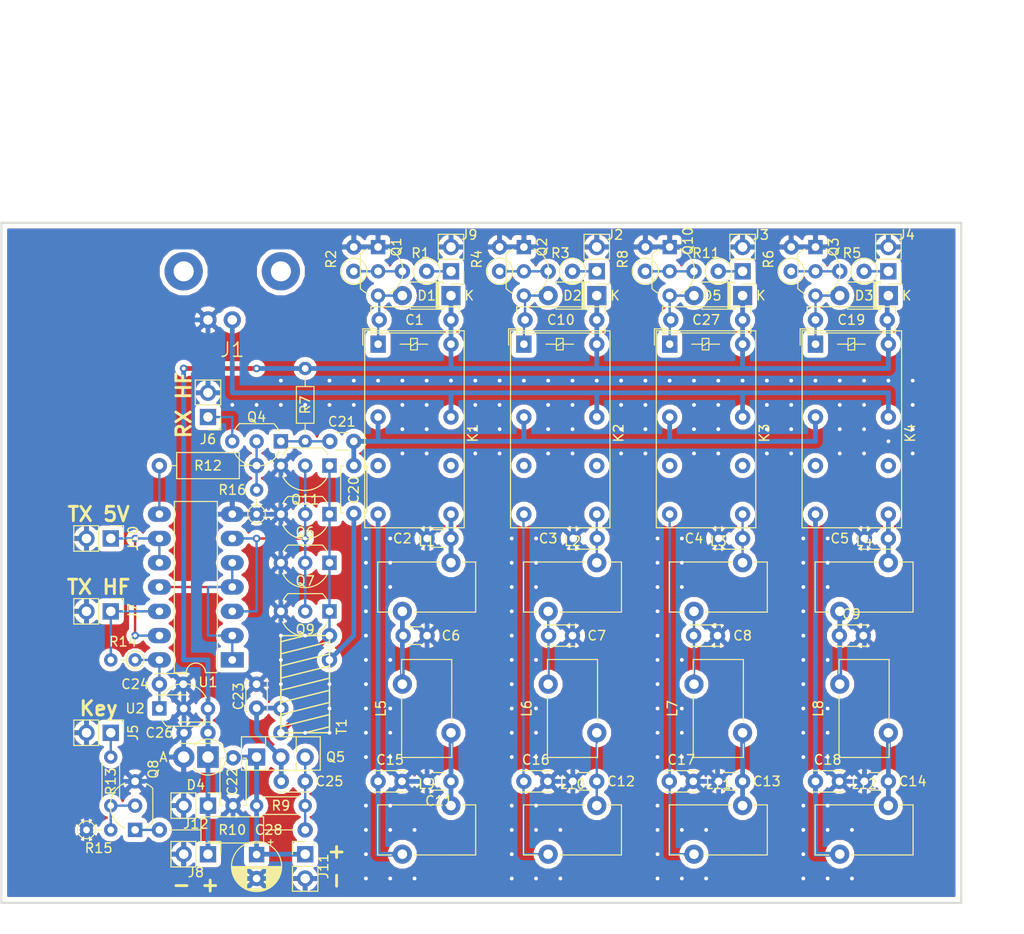
<source format=kicad_pcb>
(kicad_pcb (version 20171130) (host pcbnew "(5.0.1-3-g963ef8bb5)")
  (title_block (title "CW TRX PA") (date 2018-12-04) (rev 1) (company DM3MAT) (comment 1 "based on CWQ"))
  (layers (0 F.Cu signal) (31 B.Cu signal) (34 B.Paste user) (35 F.Paste user) (36 B.SilkS user) (37 F.SilkS user) (38 B.Mask user) (39 F.Mask user) (44 Edge.Cuts user))
  (net 0 "")
  (net 1 +12V)
  (net 2 GND)
  (net 3 "Net-(C2-Pad1)")
  (net 4 "Net-(C3-Pad1)")
  (net 5 "Net-(C4-Pad1)")
  (net 6 "Net-(C5-Pad1)")
  (net 7 "Net-(C6-Pad1)")
  (net 8 "Net-(C7-Pad1)")
  (net 9 "Net-(C8-Pad1)")
  (net 10 "Net-(C9-Pad1)")
  (net 11 "Net-(C11-Pad1)")
  (net 12 "Net-(C12-Pad1)")
  (net 13 "Net-(C13-Pad1)")
  (net 14 "Net-(C14-Pad1)")
  (net 15 "Net-(C15-Pad1)")
  (net 16 "Net-(C16-Pad1)")
  (net 17 "Net-(C17-Pad1)")
  (net 18 "Net-(C18-Pad1)")
  (net 19 LPF)
  (net 20 "Net-(C20-Pad2)")
  (net 21 "Net-(C21-Pad1)")
  (net 22 "Net-(C23-Pad2)")
  (net 23 +5V)
  (net 24 "Net-(C25-Pad2)")
  (net 25 "Net-(J1-Pad1)")
  (net 26 20m)
  (net 27 40m)
  (net 28 80m)
  (net 29 KEY5V)
  (net 30 TX5V)
  (net 31 RX-HF)
  (net 32 TX-HF)
  (net 33 "Net-(Q1-Pad2)")
  (net 34 "Net-(Q2-Pad2)")
  (net 35 "Net-(Q3-Pad2)")
  (net 36 "Net-(Q8-Pad1)")
  (net 37 "Net-(U1-Pad1)")
  (net 38 RL20M)
  (net 39 RL40M)
  (net 40 RL80M)
  (net 41 RL10M)
  (net 42 "Net-(Q10-Pad2)")
  (net 43 10m)
  (net 44 "Net-(Q4-Pad2)")
  (net 45 "Net-(Q8-Pad2)")
  (net 46 RX5V)
  (net 47 VCC)
  (net 48 "Net-(Q11-Pad1)")
  (net 49 "Net-(Q11-Pad2)")
  (module Connector_Coaxial:BNC_horizontal (layer F.Cu) (at 121.92 69.85)
    (fp_text reference J1 (at 0 8.2) (layer F.SilkS) (effects (font (size 1.5 1.5))))
    (fp_text value Conn_Coaxial hide)
    (pad "" thru_hole circle (at -5.08 0) (size 4 4) (drill 2.1) (layers *.Cu *.Mask))
    (pad "" thru_hole circle (at 5.08 0) (size 4 4) (drill 2.1) (layers *.Cu *.Mask))
    (pad 1 thru_hole circle (at 0 5.08) (size 1.8 1.8) (drill 1) (layers *.Cu *.Mask) (net 25 "Net-(J1-Pad1)"))
    (pad 2 thru_hole circle (at -2.54 5.08) (size 1.8 1.8) (drill 1) (layers *.Cu *.Mask) (net 2 GND))
  )
  (module Transformer_THT:Transformer_Toroid_Vertical_D10.5mm_Amidon-T37 (layer F.Cu) (at 125.73 116.84)
    (fp_text reference T1 (at 7.62 0.635 90) (layer F.SilkS))
    (fp_text value 10:10@FT37-43)
    (pad 2 thru_hole circle (at 6.35 -6.35) (size 1.6 1.6) (drill 0.8) (layers *.Cu *.Mask) (net 20 "Net-(C20-Pad2)"))
    (pad 4 thru_hole circle (at 1.27 -1.27) (size 1.6 1.6) (drill 0.8) (layers *.Cu *.Mask) (net 22 "Net-(C23-Pad2)"))
    (pad 3 thru_hole circle (at 6.35 -8.89) (size 1.6 1.6) (drill 0.8) (layers *.Cu *.Mask) (net 48 "Net-(Q11-Pad1)"))
    (pad 1 thru_hole circle (at 1.27 1.27) (size 1.6 1.6) (drill 0.8) (layers *.Cu *.Mask) (net 48 "Net-(Q11-Pad1)"))
  )
  (module Relay_THT:Relay_DPDT_Finder_30.22 (layer F.Cu) (at 167.64 77.47 270)
    (fp_text reference K3 (at 9.3 -9.9 270) (layer F.SilkS))
    (fp_text value FINDER-30.22)
    (pad 12 thru_hole circle (at 12.7 0) (size 1.6 1.6) (drill 0.8) (layers *.Cu *.Mask))
    (pad 14 thru_hole circle (at 17.78 0) (size 1.6 1.6) (drill 0.8) (layers *.Cu *.Mask) (net 17 "Net-(C17-Pad1)"))
    (pad 11 thru_hole circle (at 7.62 0) (size 1.6 1.6) (drill 0.8) (layers *.Cu *.Mask) (net 19 LPF))
    (pad A2 thru_hole circle (at 0 -7.62) (size 1.6 1.6) (drill 0.8) (layers *.Cu *.Mask) (net 1 +12V))
    (pad A1 thru_hole rect (at 0 0) (size 1.6 1.8) (drill 0.8) (layers *.Cu *.Mask) (net 39 RL40M))
    (pad 24 thru_hole circle (at 17.78 -7.62 90) (size 1.6 1.6) (drill 0.8) (layers *.Cu *.Mask) (net 5 "Net-(C4-Pad1)"))
    (pad 22 thru_hole circle (at 12.7 -7.62) (size 1.6 1.6) (drill 0.8) (layers *.Cu *.Mask))
    (pad 21 thru_hole circle (at 7.62 -7.62) (size 1.6 1.6) (drill 0.8) (layers *.Cu *.Mask) (net 25 "Net-(J1-Pad1)"))
  )
  (module Relay_THT:Relay_DPDT_Finder_30.22 (layer F.Cu) (at 137.16 77.47 270)
    (fp_text reference K1 (at 9.3 -9.9 270) (layer F.SilkS))
    (fp_text value FINDER-30.22)
    (pad 12 thru_hole circle (at 12.7 0) (size 1.6 1.6) (drill 0.8) (layers *.Cu *.Mask))
    (pad 14 thru_hole circle (at 17.78 0) (size 1.6 1.6) (drill 0.8) (layers *.Cu *.Mask) (net 15 "Net-(C15-Pad1)"))
    (pad 11 thru_hole circle (at 7.62 0) (size 1.6 1.6) (drill 0.8) (layers *.Cu *.Mask) (net 19 LPF))
    (pad A2 thru_hole circle (at 0 -7.62) (size 1.6 1.6) (drill 0.8) (layers *.Cu *.Mask) (net 1 +12V))
    (pad A1 thru_hole rect (at 0 0) (size 1.6 1.8) (drill 0.8) (layers *.Cu *.Mask) (net 41 RL10M))
    (pad 24 thru_hole circle (at 17.78 -7.62 90) (size 1.6 1.6) (drill 0.8) (layers *.Cu *.Mask) (net 3 "Net-(C2-Pad1)"))
    (pad 22 thru_hole circle (at 12.7 -7.62) (size 1.6 1.6) (drill 0.8) (layers *.Cu *.Mask))
    (pad 21 thru_hole circle (at 7.62 -7.62) (size 1.6 1.6) (drill 0.8) (layers *.Cu *.Mask) (net 25 "Net-(J1-Pad1)"))
  )
  (module Diode_THT:D_DO-15_P2.54mm_Vertical_AnodeUp (layer F.Cu) (at 119.38 120.65 180)
    (fp_text reference D4 (at 1.27 -2.92 180) (layer F.SilkS))
    (fp_text value 1N4001)
    (fp_text user A (at 4.66 0 180) (layer F.SilkS))
    (pad 2 thru_hole oval (at 2.54 0 180) (size 2.24 2.24) (drill 1.2) (layers *.Cu *.Mask) (net 2 GND))
    (pad 1 thru_hole rect (at 0 0 180) (size 2.24 2.24) (drill 1.2) (layers *.Cu *.Mask) (net 1 +12V))
  )
  (module Connector_PinHeader_2.54mm:PinHeader_1x02_P2.54mm_Vertical (layer F.Cu) (at 160.02 69.85 180)
    (fp_text reference J2 (at -1.905 3.81 180) (layer F.SilkS))
    (fp_text value 20m)
    (pad 1 thru_hole rect (at 0 0 180) (size 1.7 1.7) (drill 1) (layers *.Cu *.Mask) (net 26 20m))
    (pad 2 thru_hole oval (at 0 2.54 180) (size 1.7 1.7) (drill 1) (layers *.Cu *.Mask) (net 2 GND))
  )
  (module Connector_PinHeader_2.54mm:PinHeader_1x02_P2.54mm_Vertical (layer F.Cu) (at 175.26 69.85 180)
    (fp_text reference J3 (at -1.905 3.81 180) (layer F.SilkS))
    (fp_text value 40m)
    (pad 2 thru_hole oval (at 0 2.54 180) (size 1.7 1.7) (drill 1) (layers *.Cu *.Mask) (net 2 GND))
    (pad 1 thru_hole rect (at 0 0 180) (size 1.7 1.7) (drill 1) (layers *.Cu *.Mask) (net 27 40m))
  )
  (module Connector_PinHeader_2.54mm:PinHeader_1x02_P2.54mm_Vertical (layer F.Cu) (at 190.5 69.85 180)
    (fp_text reference J4 (at -1.905 3.81 180) (layer F.SilkS))
    (fp_text value 80m)
    (pad 1 thru_hole rect (at 0 0 180) (size 1.7 1.7) (drill 1) (layers *.Cu *.Mask) (net 28 80m))
    (pad 2 thru_hole oval (at 0 2.54 180) (size 1.7 1.7) (drill 1) (layers *.Cu *.Mask) (net 2 GND))
  )
  (module Connector_PinHeader_2.54mm:PinHeader_1x02_P2.54mm_Vertical (layer F.Cu) (at 119.38 85.09 180)
    (fp_text reference J6 (at 0 -2.33 180) (layer F.SilkS))
    (fp_text value RX-HF)
    (pad 1 thru_hole rect (at 0 0 180) (size 1.7 1.7) (drill 1) (layers *.Cu *.Mask) (net 31 RX-HF))
    (pad 2 thru_hole oval (at 0 2.54 180) (size 1.7 1.7) (drill 1) (layers *.Cu *.Mask) (net 2 GND))
  )
  (module Connector_PinHeader_2.54mm:PinHeader_1x02_P2.54mm_Vertical (layer F.Cu) (at 109.22 105.41 270)
    (fp_text reference J7 (at 0 -2.33 270) (layer F.SilkS))
    (fp_text value TX-HF)
    (pad 2 thru_hole oval (at 0 2.54 270) (size 1.7 1.7) (drill 1) (layers *.Cu *.Mask) (net 2 GND))
    (pad 1 thru_hole rect (at 0 0 270) (size 1.7 1.7) (drill 1) (layers *.Cu *.Mask) (net 32 TX-HF))
  )
  (module Connector_PinHeader_2.54mm:PinHeader_1x02_P2.54mm_Vertical (layer F.Cu) (at 119.38 130.81 270)
    (fp_text reference J8 (at 1.905 1.27 180) (layer F.SilkS))
    (fp_text value 12V)
    (pad 2 thru_hole oval (at 0 2.54 270) (size 1.7 1.7) (drill 1) (layers *.Cu *.Mask) (net 2 GND))
    (pad 1 thru_hole rect (at 0 0 270) (size 1.7 1.7) (drill 1) (layers *.Cu *.Mask) (net 1 +12V))
  )
  (module Resistor_THT:R_Axial_DIN0207_L6.3mm_D2.5mm_P2.54mm_Vertical (layer F.Cu) (at 142.24 69.85 180)
    (fp_text reference R1 (at 0.635 1.905 180) (layer F.SilkS))
    (fp_text value 10k)
    (pad 2 thru_hole oval (at 2.54 0 180) (size 1.6 1.6) (drill 0.8) (layers *.Cu *.Mask) (net 33 "Net-(Q1-Pad2)"))
    (pad 1 thru_hole circle (at 0 0 180) (size 1.6 1.6) (drill 0.8) (layers *.Cu *.Mask) (net 43 10m))
  )
  (module Resistor_THT:R_Axial_DIN0207_L6.3mm_D2.5mm_P2.54mm_Vertical (layer F.Cu) (at 134.62 69.85 90)
    (fp_text reference R2 (at 1.27 -2.37 90) (layer F.SilkS))
    (fp_text value 100k)
    (pad 1 thru_hole circle (at 0 0 90) (size 1.6 1.6) (drill 0.8) (layers *.Cu *.Mask) (net 33 "Net-(Q1-Pad2)"))
    (pad 2 thru_hole oval (at 2.54 0 90) (size 1.6 1.6) (drill 0.8) (layers *.Cu *.Mask) (net 2 GND))
  )
  (module Resistor_THT:R_Axial_DIN0207_L6.3mm_D2.5mm_P2.54mm_Vertical (layer F.Cu) (at 157.48 69.85 180)
    (fp_text reference R3 (at 1.27 1.905 180) (layer F.SilkS))
    (fp_text value 10k)
    (pad 2 thru_hole oval (at 2.54 0 180) (size 1.6 1.6) (drill 0.8) (layers *.Cu *.Mask) (net 34 "Net-(Q2-Pad2)"))
    (pad 1 thru_hole circle (at 0 0 180) (size 1.6 1.6) (drill 0.8) (layers *.Cu *.Mask) (net 26 20m))
  )
  (module Resistor_THT:R_Axial_DIN0207_L6.3mm_D2.5mm_P2.54mm_Vertical (layer F.Cu) (at 149.86 69.85 90)
    (fp_text reference R4 (at 1.27 -2.37 90) (layer F.SilkS))
    (fp_text value 100k)
    (pad 1 thru_hole circle (at 0 0 90) (size 1.6 1.6) (drill 0.8) (layers *.Cu *.Mask) (net 34 "Net-(Q2-Pad2)"))
    (pad 2 thru_hole oval (at 2.54 0 90) (size 1.6 1.6) (drill 0.8) (layers *.Cu *.Mask) (net 2 GND))
  )
  (module Resistor_THT:R_Axial_DIN0207_L6.3mm_D2.5mm_P2.54mm_Vertical (layer F.Cu) (at 187.96 69.85 180)
    (fp_text reference R5 (at 1.27 1.905 180) (layer F.SilkS))
    (fp_text value 10k)
    (pad 2 thru_hole oval (at 2.54 0 180) (size 1.6 1.6) (drill 0.8) (layers *.Cu *.Mask) (net 35 "Net-(Q3-Pad2)"))
    (pad 1 thru_hole circle (at 0 0 180) (size 1.6 1.6) (drill 0.8) (layers *.Cu *.Mask) (net 28 80m))
  )
  (module Resistor_THT:R_Axial_DIN0207_L6.3mm_D2.5mm_P2.54mm_Vertical (layer F.Cu) (at 180.34 69.85 90)
    (fp_text reference R6 (at 1.27 -2.37 90) (layer F.SilkS))
    (fp_text value 100k)
    (pad 1 thru_hole circle (at 0 0 90) (size 1.6 1.6) (drill 0.8) (layers *.Cu *.Mask) (net 35 "Net-(Q3-Pad2)"))
    (pad 2 thru_hole oval (at 2.54 0 90) (size 1.6 1.6) (drill 0.8) (layers *.Cu *.Mask) (net 2 GND))
  )
  (module Package_DIP:DIP-14_W7.62mm_LongPads (layer F.Cu) (at 121.92 110.49 180)
    (fp_text reference U1 (at 2.54 -2.33 180) (layer F.SilkS))
    (fp_text value 74HCT00)
    (pad 1 thru_hole rect (at 0 0 180) (size 2.4 1.6) (drill 0.8) (layers *.Cu *.Mask) (net 37 "Net-(U1-Pad1)"))
    (pad 8 thru_hole oval (at 7.62 15.24 180) (size 2.4 1.6) (drill 0.8) (layers *.Cu *.Mask) (net 46 RX5V))
    (pad 2 thru_hole oval (at 0 2.54 180) (size 2.4 1.6) (drill 0.8) (layers *.Cu *.Mask) (net 37 "Net-(U1-Pad1)"))
    (pad 9 thru_hole oval (at 7.62 12.7 180) (size 2.4 1.6) (drill 0.8) (layers *.Cu *.Mask) (net 30 TX5V))
    (pad 3 thru_hole oval (at 0 5.08 180) (size 2.4 1.6) (drill 0.8) (layers *.Cu *.Mask) (net 49 "Net-(Q11-Pad2)"))
    (pad 10 thru_hole oval (at 7.62 10.16 180) (size 2.4 1.6) (drill 0.8) (layers *.Cu *.Mask) (net 30 TX5V))
    (pad 4 thru_hole oval (at 0 7.62 180) (size 2.4 1.6) (drill 0.8) (layers *.Cu *.Mask) (net 37 "Net-(U1-Pad1)"))
    (pad 11 thru_hole oval (at 7.62 7.62 180) (size 2.4 1.6) (drill 0.8) (layers *.Cu *.Mask) (net 37 "Net-(U1-Pad1)"))
    (pad 5 thru_hole oval (at 0 10.16 180) (size 2.4 1.6) (drill 0.8) (layers *.Cu *.Mask) (net 37 "Net-(U1-Pad1)"))
    (pad 12 thru_hole oval (at 7.62 5.08 180) (size 2.4 1.6) (drill 0.8) (layers *.Cu *.Mask) (net 32 TX-HF))
    (pad 6 thru_hole oval (at 0 12.7 180) (size 2.4 1.6) (drill 0.8) (layers *.Cu *.Mask) (net 49 "Net-(Q11-Pad2)"))
    (pad 13 thru_hole oval (at 7.62 2.54 180) (size 2.4 1.6) (drill 0.8) (layers *.Cu *.Mask) (net 30 TX5V))
    (pad 7 thru_hole oval (at 0 15.24 180) (size 2.4 1.6) (drill 0.8) (layers *.Cu *.Mask) (net 2 GND))
    (pad 14 thru_hole oval (at 7.62 0 180) (size 2.4 1.6) (drill 0.8) (layers *.Cu *.Mask) (net 23 +5V))
  )
  (module Relay_THT:Relay_DPDT_Finder_30.22 (layer F.Cu) (at 152.4 77.47 270)
    (fp_text reference K2 (at 9.3 -9.9 270) (layer F.SilkS))
    (fp_text value FINDER-30.22)
    (pad 21 thru_hole circle (at 7.62 -7.62) (size 1.6 1.6) (drill 0.8) (layers *.Cu *.Mask) (net 25 "Net-(J1-Pad1)"))
    (pad 22 thru_hole circle (at 12.7 -7.62) (size 1.6 1.6) (drill 0.8) (layers *.Cu *.Mask))
    (pad 24 thru_hole circle (at 17.78 -7.62 90) (size 1.6 1.6) (drill 0.8) (layers *.Cu *.Mask) (net 4 "Net-(C3-Pad1)"))
    (pad A1 thru_hole rect (at 0 0) (size 1.6 1.8) (drill 0.8) (layers *.Cu *.Mask) (net 38 RL20M))
    (pad A2 thru_hole circle (at 0 -7.62) (size 1.6 1.6) (drill 0.8) (layers *.Cu *.Mask) (net 1 +12V))
    (pad 11 thru_hole circle (at 7.62 0) (size 1.6 1.6) (drill 0.8) (layers *.Cu *.Mask) (net 19 LPF))
    (pad 14 thru_hole circle (at 17.78 0) (size 1.6 1.6) (drill 0.8) (layers *.Cu *.Mask) (net 16 "Net-(C16-Pad1)"))
    (pad 12 thru_hole circle (at 12.7 0) (size 1.6 1.6) (drill 0.8) (layers *.Cu *.Mask))
  )
  (module Relay_THT:Relay_DPDT_Finder_30.22 (layer F.Cu) (at 182.88 77.47 270)
    (fp_text reference K4 (at 9.3 -9.9 270) (layer F.SilkS))
    (fp_text value FINDER-30.22)
    (pad 21 thru_hole circle (at 7.62 -7.62) (size 1.6 1.6) (drill 0.8) (layers *.Cu *.Mask) (net 25 "Net-(J1-Pad1)"))
    (pad 22 thru_hole circle (at 12.7 -7.62) (size 1.6 1.6) (drill 0.8) (layers *.Cu *.Mask))
    (pad 24 thru_hole circle (at 17.78 -7.62 90) (size 1.6 1.6) (drill 0.8) (layers *.Cu *.Mask) (net 6 "Net-(C5-Pad1)"))
    (pad A1 thru_hole rect (at 0 0) (size 1.6 1.8) (drill 0.8) (layers *.Cu *.Mask) (net 40 RL80M))
    (pad A2 thru_hole circle (at 0 -7.62) (size 1.6 1.6) (drill 0.8) (layers *.Cu *.Mask) (net 1 +12V))
    (pad 11 thru_hole circle (at 7.62 0) (size 1.6 1.6) (drill 0.8) (layers *.Cu *.Mask) (net 19 LPF))
    (pad 14 thru_hole circle (at 17.78 0) (size 1.6 1.6) (drill 0.8) (layers *.Cu *.Mask) (net 18 "Net-(C18-Pad1)"))
    (pad 12 thru_hole circle (at 12.7 0) (size 1.6 1.6) (drill 0.8) (layers *.Cu *.Mask))
  )
  (module Resistor_THT:R_Axial_DIN0207_L6.3mm_D2.5mm_P2.54mm_Vertical (layer F.Cu) (at 165.1 69.85 90)
    (fp_text reference R8 (at 1.27 -2.37 90) (layer F.SilkS))
    (fp_text value 100k)
    (pad 1 thru_hole circle (at 0 0 90) (size 1.6 1.6) (drill 0.8) (layers *.Cu *.Mask) (net 42 "Net-(Q10-Pad2)"))
    (pad 2 thru_hole oval (at 2.54 0 90) (size 1.6 1.6) (drill 0.8) (layers *.Cu *.Mask) (net 2 GND))
  )
  (module Resistor_THT:R_Axial_DIN0207_L6.3mm_D2.5mm_P2.54mm_Vertical (layer F.Cu) (at 172.72 69.85 180)
    (fp_text reference R11 (at 1.27 1.905 180) (layer F.SilkS))
    (fp_text value 10k)
    (pad 2 thru_hole oval (at 2.54 0 180) (size 1.6 1.6) (drill 0.8) (layers *.Cu *.Mask) (net 42 "Net-(Q10-Pad2)"))
    (pad 1 thru_hole circle (at 0 0 180) (size 1.6 1.6) (drill 0.8) (layers *.Cu *.Mask) (net 27 40m))
  )
  (module Connector_PinHeader_2.54mm:PinHeader_1x02_P2.54mm_Vertical (layer F.Cu) (at 144.78 69.85 180)
    (fp_text reference J9 (at -1.905 3.81 180) (layer F.SilkS))
    (fp_text value 10m)
    (pad 1 thru_hole rect (at 0 0 180) (size 1.7 1.7) (drill 1) (layers *.Cu *.Mask) (net 43 10m))
    (pad 2 thru_hole oval (at 0 2.54 180) (size 1.7 1.7) (drill 1) (layers *.Cu *.Mask) (net 2 GND))
  )
  (module Package_TO_SOT_THT:TO-92_Inline_Wide (layer F.Cu) (at 137.16 67.31 270)
    (fp_text reference Q1 (at 0 -1.905 270) (layer F.SilkS))
    (fp_text value 2N3904)
    (pad 1 thru_hole rect (at 0 0) (size 1.5 1.5) (drill 0.8) (layers *.Cu *.Mask) (net 2 GND))
    (pad 3 thru_hole circle (at 5.08 0) (size 1.5 1.5) (drill 0.8) (layers *.Cu *.Mask) (net 41 RL10M))
    (pad 2 thru_hole circle (at 2.54 0) (size 1.5 1.5) (drill 0.8) (layers *.Cu *.Mask) (net 33 "Net-(Q1-Pad2)"))
  )
  (module Package_TO_SOT_THT:TO-92_Inline_Wide (layer F.Cu) (at 152.4 67.31 270)
    (fp_text reference Q2 (at 0 -1.905 270) (layer F.SilkS))
    (fp_text value 2N3904)
    (pad 2 thru_hole circle (at 2.54 0) (size 1.5 1.5) (drill 0.8) (layers *.Cu *.Mask) (net 34 "Net-(Q2-Pad2)"))
    (pad 3 thru_hole circle (at 5.08 0) (size 1.5 1.5) (drill 0.8) (layers *.Cu *.Mask) (net 38 RL20M))
    (pad 1 thru_hole rect (at 0 0) (size 1.5 1.5) (drill 0.8) (layers *.Cu *.Mask) (net 2 GND))
  )
  (module Package_TO_SOT_THT:TO-92_Inline_Wide (layer F.Cu) (at 182.88 67.31 270)
    (fp_text reference Q3 (at 0 -1.905 270) (layer F.SilkS))
    (fp_text value 2N3904)
    (pad 2 thru_hole circle (at 2.54 0) (size 1.5 1.5) (drill 0.8) (layers *.Cu *.Mask) (net 35 "Net-(Q3-Pad2)"))
    (pad 3 thru_hole circle (at 5.08 0) (size 1.5 1.5) (drill 0.8) (layers *.Cu *.Mask) (net 40 RL80M))
    (pad 1 thru_hole rect (at 0 0) (size 1.5 1.5) (drill 0.8) (layers *.Cu *.Mask) (net 2 GND))
  )
  (module Package_TO_SOT_THT:TO-92_Inline_Wide (layer F.Cu) (at 127 87.63 180)
    (fp_text reference Q4 (at 2.54 2.54 180) (layer F.SilkS))
    (fp_text value BS170)
    (pad 2 thru_hole circle (at 2.54 0 270) (size 1.5 1.5) (drill 0.8) (layers *.Cu *.Mask) (net 44 "Net-(Q4-Pad2)"))
    (pad 3 thru_hole circle (at 5.08 0 270) (size 1.5 1.5) (drill 0.8) (layers *.Cu *.Mask) (net 31 RX-HF))
    (pad 1 thru_hole rect (at 0 0 270) (size 1.5 1.5) (drill 0.8) (layers *.Cu *.Mask) (net 21 "Net-(C21-Pad1)"))
  )
  (module Package_TO_SOT_THT:TO-92_Inline_Wide (layer F.Cu) (at 132.08 95.25 180)
    (fp_text reference Q6 (at 2.54 -1.905 180) (layer F.SilkS))
    (fp_text value BS170)
    (pad 1 thru_hole rect (at 0 0 270) (size 1.5 1.5) (drill 0.8) (layers *.Cu *.Mask) (net 48 "Net-(Q11-Pad1)"))
    (pad 3 thru_hole circle (at 5.08 0 270) (size 1.5 1.5) (drill 0.8) (layers *.Cu *.Mask) (net 2 GND))
    (pad 2 thru_hole circle (at 2.54 0 270) (size 1.5 1.5) (drill 0.8) (layers *.Cu *.Mask) (net 49 "Net-(Q11-Pad2)"))
  )
  (module Package_TO_SOT_THT:TO-92_Inline_Wide (layer F.Cu) (at 132.08 100.33 180)
    (fp_text reference Q7 (at 2.54 -1.905 180) (layer F.SilkS))
    (fp_text value BS170)
    (pad 1 thru_hole rect (at 0 0 270) (size 1.5 1.5) (drill 0.8) (layers *.Cu *.Mask) (net 48 "Net-(Q11-Pad1)"))
    (pad 3 thru_hole circle (at 5.08 0 270) (size 1.5 1.5) (drill 0.8) (layers *.Cu *.Mask) (net 2 GND))
    (pad 2 thru_hole circle (at 2.54 0 270) (size 1.5 1.5) (drill 0.8) (layers *.Cu *.Mask) (net 49 "Net-(Q11-Pad2)"))
  )
  (module Package_TO_SOT_THT:TO-92_Inline_Wide (layer F.Cu) (at 111.76 128.27 90)
    (fp_text reference Q8 (at 6.35 1.905 90) (layer F.SilkS))
    (fp_text value BS170)
    (pad 2 thru_hole circle (at 2.54 0 180) (size 1.5 1.5) (drill 0.8) (layers *.Cu *.Mask) (net 45 "Net-(Q8-Pad2)"))
    (pad 3 thru_hole circle (at 5.08 0 180) (size 1.5 1.5) (drill 0.8) (layers *.Cu *.Mask) (net 2 GND))
    (pad 1 thru_hole rect (at 0 0 180) (size 1.5 1.5) (drill 0.8) (layers *.Cu *.Mask) (net 36 "Net-(Q8-Pad1)"))
  )
  (module Package_TO_SOT_THT:TO-92_Inline_Wide (layer F.Cu) (at 132.08 105.41 180)
    (fp_text reference Q9 (at 2.54 -1.905 180) (layer F.SilkS))
    (fp_text value BS170)
    (pad 2 thru_hole circle (at 2.54 0 270) (size 1.5 1.5) (drill 0.8) (layers *.Cu *.Mask) (net 49 "Net-(Q11-Pad2)"))
    (pad 3 thru_hole circle (at 5.08 0 270) (size 1.5 1.5) (drill 0.8) (layers *.Cu *.Mask) (net 2 GND))
    (pad 1 thru_hole rect (at 0 0 270) (size 1.5 1.5) (drill 0.8) (layers *.Cu *.Mask) (net 48 "Net-(Q11-Pad1)"))
  )
  (module Package_TO_SOT_THT:TO-92_Inline_Wide (layer F.Cu) (at 167.64 67.31 270)
    (fp_text reference Q10 (at -0.635 -1.905 90) (layer F.SilkS))
    (fp_text value 2N3904)
    (pad 1 thru_hole rect (at 0 0) (size 1.5 1.5) (drill 0.8) (layers *.Cu *.Mask) (net 2 GND))
    (pad 3 thru_hole circle (at 5.08 0) (size 1.5 1.5) (drill 0.8) (layers *.Cu *.Mask) (net 39 RL40M))
    (pad 2 thru_hole circle (at 2.54 0) (size 1.5 1.5) (drill 0.8) (layers *.Cu *.Mask) (net 42 "Net-(Q10-Pad2)"))
  )
  (module Package_TO_SOT_THT:TO-92_Inline_Wide (layer F.Cu) (at 114.3 115.57)
    (fp_text reference U2 (at -2.54 0) (layer F.SilkS))
    (fp_text value L78L05_TO92)
    (pad 2 thru_hole circle (at 2.54 0 90) (size 1.5 1.5) (drill 0.8) (layers *.Cu *.Mask) (net 2 GND))
    (pad 3 thru_hole circle (at 5.08 0 90) (size 1.5 1.5) (drill 0.8) (layers *.Cu *.Mask) (net 1 +12V))
    (pad 1 thru_hole rect (at 0 0 90) (size 1.5 1.5) (drill 0.8) (layers *.Cu *.Mask) (net 23 +5V))
  )
  (module Capacitor_THT:C_Rect_L9.0mm_W2.5mm_P7.50mm_MKT (layer F.Cu) (at 137.28 74.93)
    (fp_text reference C1 (at 3.69 0) (layer F.SilkS))
    (fp_text value 100n)
    (pad 1 thru_hole circle (at 0 0) (size 1.6 1.6) (drill 0.8) (layers *.Cu *.Mask) (net 41 RL10M))
    (pad 2 thru_hole circle (at 7.5 0) (size 1.6 1.6) (drill 0.8) (layers *.Cu *.Mask) (net 1 +12V))
  )
  (module Capacitor_THT:C_Rect_L9.0mm_W2.5mm_P7.50mm_MKT (layer F.Cu) (at 152.52 74.93)
    (fp_text reference C10 (at 3.75 0) (layer F.SilkS))
    (fp_text value 100n)
    (pad 1 thru_hole circle (at 0 0) (size 1.6 1.6) (drill 0.8) (layers *.Cu *.Mask) (net 38 RL20M))
    (pad 2 thru_hole circle (at 7.5 0) (size 1.6 1.6) (drill 0.8) (layers *.Cu *.Mask) (net 1 +12V))
  )
  (module Capacitor_THT:C_Rect_L9.0mm_W2.5mm_P7.50mm_MKT (layer F.Cu) (at 182.88 74.93)
    (fp_text reference C19 (at 3.75 0) (layer F.SilkS))
    (fp_text value 100n)
    (pad 2 thru_hole circle (at 7.5 0) (size 1.6 1.6) (drill 0.8) (layers *.Cu *.Mask) (net 1 +12V))
    (pad 1 thru_hole circle (at 0 0) (size 1.6 1.6) (drill 0.8) (layers *.Cu *.Mask) (net 40 RL80M))
  )
  (module Capacitor_THT:C_Rect_L9.0mm_W2.5mm_P7.50mm_MKT (layer F.Cu) (at 167.76 74.93)
    (fp_text reference C27 (at 3.69 0) (layer F.SilkS))
    (fp_text value 100n)
    (pad 2 thru_hole circle (at 7.5 0) (size 1.6 1.6) (drill 0.8) (layers *.Cu *.Mask) (net 1 +12V))
    (pad 1 thru_hole circle (at 0 0) (size 1.6 1.6) (drill 0.8) (layers *.Cu *.Mask) (net 39 RL40M))
  )
  (module Diode_THT:D_T-1_P5.08mm_Horizontal (layer F.Cu) (at 144.78 72.39 180)
    (fp_text reference D1 (at 2.54 0 180) (layer F.SilkS))
    (fp_text value 1n4148)
    (fp_text user K (at -1.905 0 180) (layer F.SilkS))
    (pad 1 thru_hole rect (at 0 0 180) (size 2 2) (drill 1) (layers *.Cu *.Mask) (net 1 +12V))
    (pad 2 thru_hole oval (at 5.08 0 180) (size 2 2) (drill 1) (layers *.Cu *.Mask) (net 41 RL10M))
  )
  (module Diode_THT:D_T-1_P5.08mm_Horizontal (layer F.Cu) (at 160.02 72.39 180)
    (fp_text reference D2 (at 2.54 0 180) (layer F.SilkS))
    (fp_text value 1n4148)
    (fp_text user K (at -1.905 0 180) (layer F.SilkS))
    (pad 2 thru_hole oval (at 5.08 0 180) (size 2 2) (drill 1) (layers *.Cu *.Mask) (net 38 RL20M))
    (pad 1 thru_hole rect (at 0 0 180) (size 2 2) (drill 1) (layers *.Cu *.Mask) (net 1 +12V))
  )
  (module Diode_THT:D_T-1_P5.08mm_Horizontal (layer F.Cu) (at 190.5 72.39 180)
    (fp_text reference D3 (at 2.54 0 180) (layer F.SilkS))
    (fp_text value 1n4148)
    (fp_text user K (at -1.905 0 180) (layer F.SilkS))
    (pad 2 thru_hole oval (at 5.08 0 180) (size 2 2) (drill 1) (layers *.Cu *.Mask) (net 40 RL80M))
    (pad 1 thru_hole rect (at 0 0 180) (size 2 2) (drill 1) (layers *.Cu *.Mask) (net 1 +12V))
  )
  (module Diode_THT:D_T-1_P5.08mm_Horizontal (layer F.Cu) (at 175.26 72.39 180)
    (fp_text reference D5 (at 3.175 0 180) (layer F.SilkS))
    (fp_text value 1n4148)
    (fp_text user K (at -1.905 0 180) (layer F.SilkS))
    (pad 1 thru_hole rect (at 0 0 180) (size 2 2) (drill 1) (layers *.Cu *.Mask) (net 1 +12V))
    (pad 2 thru_hole oval (at 5.08 0 180) (size 2 2) (drill 1) (layers *.Cu *.Mask) (net 39 RL40M))
  )
  (module Connector_PinHeader_2.54mm:PinHeader_1x02_P2.54mm_Vertical (layer F.Cu) (at 109.22 118.11 270)
    (fp_text reference J5 (at 0 -2.33 270) (layer F.SilkS))
    (fp_text value Key5V)
    (pad 1 thru_hole rect (at 0 0 270) (size 1.7 1.7) (drill 1) (layers *.Cu *.Mask) (net 29 KEY5V))
    (pad 2 thru_hole oval (at 0 2.54 270) (size 1.7 1.7) (drill 1) (layers *.Cu *.Mask) (net 2 GND))
  )
  (module Connector_PinHeader_2.54mm:PinHeader_1x02_P2.54mm_Vertical (layer F.Cu) (at 109.22 97.79 270)
    (fp_text reference J10 (at 0 -2.33 270) (layer F.SilkS))
    (fp_text value TX5V)
    (pad 2 thru_hole oval (at 0 2.54 270) (size 1.7 1.7) (drill 1) (layers *.Cu *.Mask) (net 2 GND))
    (pad 1 thru_hole rect (at 0 0 270) (size 1.7 1.7) (drill 1) (layers *.Cu *.Mask) (net 30 TX5V))
  )
  (module Resistor_THT:R_Axial_DIN0207_L6.3mm_D2.5mm_P10.16mm_Horizontal (layer F.Cu) (at 124.46 90.17 180)
    (fp_text reference R12 (at 5.08 0 180) (layer F.SilkS))
    (fp_text value 100)
    (pad 1 thru_hole circle (at 0 0 180) (size 1.6 1.6) (drill 0.8) (layers *.Cu *.Mask) (net 44 "Net-(Q4-Pad2)"))
    (pad 2 thru_hole oval (at 10.16 0 180) (size 1.6 1.6) (drill 0.8) (layers *.Cu *.Mask) (net 46 RX5V))
  )
  (module Resistor_THT:R_Axial_DIN0204_L3.6mm_D1.6mm_P5.08mm_Horizontal (layer F.Cu) (at 109.22 125.73 90)
    (fp_text reference R13 (at 2.54 0 90) (layer F.SilkS))
    (fp_text value 100)
    (pad 1 thru_hole circle (at 0 0 90) (size 1.4 1.4) (drill 0.7) (layers *.Cu *.Mask) (net 45 "Net-(Q8-Pad2)"))
    (pad 2 thru_hole oval (at 5.08 0 90) (size 1.4 1.4) (drill 0.7) (layers *.Cu *.Mask) (net 29 KEY5V))
  )
  (module Resistor_THT:R_Axial_DIN0204_L3.6mm_D1.6mm_P7.62mm_Horizontal (layer F.Cu) (at 129.54 87.63 90)
    (fp_text reference R7 (at 3.81 0 90) (layer F.SilkS))
    (fp_text value 10k)
    (pad 1 thru_hole circle (at 0 0 90) (size 1.4 1.4) (drill 0.7) (layers *.Cu *.Mask) (net 21 "Net-(C21-Pad1)"))
    (pad 2 thru_hole oval (at 7.62 0 90) (size 1.4 1.4) (drill 0.7) (layers *.Cu *.Mask) (net 1 +12V))
  )
  (module Resistor_THT:R_Axial_DIN0204_L3.6mm_D1.6mm_P2.54mm_Vertical (layer F.Cu) (at 111.76 110.49 180)
    (fp_text reference R14 (at 1.27 1.905 180) (layer F.SilkS))
    (fp_text value 4.7k)
    (pad 1 thru_hole circle (at 0 0 180) (size 1.4 1.4) (drill 0.7) (layers *.Cu *.Mask) (net 23 +5V))
    (pad 2 thru_hole oval (at 2.54 0 180) (size 1.4 1.4) (drill 0.7) (layers *.Cu *.Mask) (net 32 TX-HF))
  )
  (module Resistor_THT:R_Axial_DIN0204_L3.6mm_D1.6mm_P2.54mm_Vertical (layer F.Cu) (at 106.68 128.27)
    (fp_text reference R15 (at 1.27 1.905) (layer F.SilkS))
    (fp_text value 10k)
    (pad 1 thru_hole circle (at 0 0) (size 1.4 1.4) (drill 0.7) (layers *.Cu *.Mask) (net 2 GND))
    (pad 2 thru_hole oval (at 2.54 0) (size 1.4 1.4) (drill 0.7) (layers *.Cu *.Mask) (net 45 "Net-(Q8-Pad2)"))
  )
  (module Resistor_THT:R_Axial_DIN0204_L3.6mm_D1.6mm_P2.54mm_Vertical (layer F.Cu) (at 124.46 95.25 90)
    (fp_text reference R16 (at 2.54 -2.54) (layer F.SilkS))
    (fp_text value 10k)
    (pad 1 thru_hole circle (at 0 0 90) (size 1.4 1.4) (drill 0.7) (layers *.Cu *.Mask) (net 2 GND))
    (pad 2 thru_hole oval (at 2.54 0 90) (size 1.4 1.4) (drill 0.7) (layers *.Cu *.Mask) (net 44 "Net-(Q4-Pad2)"))
  )
  (module Capacitor_THT:C_Disc_D3.0mm_W2.0mm_P2.50mm (layer F.Cu) (at 160.06 97.79 180)
    (fp_text reference C3 (at 5.12 0 180) (layer F.SilkS))
    (fp_text value 470p)
    (pad 1 thru_hole circle (at 0 0 180) (size 1.6 1.6) (drill 0.8) (layers *.Cu *.Mask) (net 4 "Net-(C3-Pad1)"))
    (pad 2 thru_hole circle (at 2.5 0 180) (size 1.6 1.6) (drill 0.8) (layers *.Cu *.Mask) (net 2 GND))
  )
  (module Capacitor_THT:C_Disc_D3.0mm_W2.0mm_P2.50mm (layer F.Cu) (at 175.26 97.79 180)
    (fp_text reference C4 (at 5.08 0 180) (layer F.SilkS))
    (fp_text value 680p)
    (pad 2 thru_hole circle (at 2.5 0 180) (size 1.6 1.6) (drill 0.8) (layers *.Cu *.Mask) (net 2 GND))
    (pad 1 thru_hole circle (at 0 0 180) (size 1.6 1.6) (drill 0.8) (layers *.Cu *.Mask) (net 5 "Net-(C4-Pad1)"))
  )
  (module Capacitor_THT:C_Disc_D3.0mm_W2.0mm_P2.50mm (layer F.Cu) (at 190.5 97.79 180)
    (fp_text reference C5 (at 5.08 0 180) (layer F.SilkS))
    (fp_text value 1n)
    (pad 2 thru_hole circle (at 2.5 0 180) (size 1.6 1.6) (drill 0.8) (layers *.Cu *.Mask) (net 2 GND))
    (pad 1 thru_hole circle (at 0 0 180) (size 1.6 1.6) (drill 0.8) (layers *.Cu *.Mask) (net 6 "Net-(C5-Pad1)"))
  )
  (module Capacitor_THT:C_Disc_D3.0mm_W2.0mm_P2.50mm (layer F.Cu) (at 154.98 107.95)
    (fp_text reference C7 (at 5.04 0) (layer F.SilkS))
    (fp_text value 680p)
    (pad 2 thru_hole circle (at 2.5 0) (size 1.6 1.6) (drill 0.8) (layers *.Cu *.Mask) (net 2 GND))
    (pad 1 thru_hole circle (at 0 0) (size 1.6 1.6) (drill 0.8) (layers *.Cu *.Mask) (net 8 "Net-(C7-Pad1)"))
  )
  (module Capacitor_THT:C_Disc_D3.0mm_W2.0mm_P2.50mm (layer F.Cu) (at 170.14 107.95)
    (fp_text reference C8 (at 5.12 0) (layer F.SilkS))
    (fp_text value 1n)
    (pad 1 thru_hole circle (at 0 0) (size 1.6 1.6) (drill 0.8) (layers *.Cu *.Mask) (net 9 "Net-(C8-Pad1)"))
    (pad 2 thru_hole circle (at 2.5 0) (size 1.6 1.6) (drill 0.8) (layers *.Cu *.Mask) (net 2 GND))
  )
  (module Capacitor_THT:C_Disc_D3.0mm_W2.0mm_P2.50mm (layer F.Cu) (at 185.38 107.95)
    (fp_text reference C9 (at 1.25 -2.25) (layer F.SilkS))
    (fp_text value 1.8n)
    (pad 1 thru_hole circle (at 0 0) (size 1.6 1.6) (drill 0.8) (layers *.Cu *.Mask) (net 10 "Net-(C9-Pad1)"))
    (pad 2 thru_hole circle (at 2.5 0) (size 1.6 1.6) (drill 0.8) (layers *.Cu *.Mask) (net 2 GND))
  )
  (module Capacitor_THT:C_Disc_D3.0mm_W2.0mm_P2.50mm (layer F.Cu) (at 137.16 123.19)
    (fp_text reference C15 (at 1.25 -2.25) (layer F.SilkS))
    (fp_text value 120p)
    (pad 1 thru_hole circle (at 0 0) (size 1.6 1.6) (drill 0.8) (layers *.Cu *.Mask) (net 15 "Net-(C15-Pad1)"))
    (pad 2 thru_hole circle (at 2.5 0) (size 1.6 1.6) (drill 0.8) (layers *.Cu *.Mask) (net 2 GND))
  )
  (module Capacitor_THT:C_Disc_D3.0mm_W2.0mm_P2.50mm (layer F.Cu) (at 152.4 123.19)
    (fp_text reference C16 (at 1.25 -2.25) (layer F.SilkS))
    (fp_text value 470p)
    (pad 1 thru_hole circle (at 0 0) (size 1.6 1.6) (drill 0.8) (layers *.Cu *.Mask) (net 16 "Net-(C16-Pad1)"))
    (pad 2 thru_hole circle (at 2.5 0) (size 1.6 1.6) (drill 0.8) (layers *.Cu *.Mask) (net 2 GND))
  )
  (module Capacitor_THT:C_Disc_D3.0mm_W2.0mm_P2.50mm (layer F.Cu) (at 167.6 123.19)
    (fp_text reference C17 (at 1.25 -2.25) (layer F.SilkS))
    (fp_text value 680p)
    (pad 1 thru_hole circle (at 0 0) (size 1.6 1.6) (drill 0.8) (layers *.Cu *.Mask) (net 17 "Net-(C17-Pad1)"))
    (pad 2 thru_hole circle (at 2.5 0) (size 1.6 1.6) (drill 0.8) (layers *.Cu *.Mask) (net 2 GND))
  )
  (module Capacitor_THT:C_Disc_D3.0mm_W2.0mm_P2.50mm (layer F.Cu) (at 182.88 123.19)
    (fp_text reference C18 (at 1.27 -2.25) (layer F.SilkS))
    (fp_text value 1n)
    (pad 2 thru_hole circle (at 2.5 0) (size 1.6 1.6) (drill 0.8) (layers *.Cu *.Mask) (net 2 GND))
    (pad 1 thru_hole circle (at 0 0) (size 1.6 1.6) (drill 0.8) (layers *.Cu *.Mask) (net 18 "Net-(C18-Pad1)"))
  )
  (module Capacitor_THT:C_Disc_D4.7mm_W2.5mm_P5.00mm (layer F.Cu) (at 134.62 90.17 270)
    (fp_text reference C20 (at 2.54 0 270) (layer F.SilkS))
    (fp_text value 100n)
    (pad 1 thru_hole circle (at 0 0 270) (size 1.6 1.6) (drill 0.8) (layers *.Cu *.Mask) (net 19 LPF))
    (pad 2 thru_hole circle (at 5 0 270) (size 1.6 1.6) (drill 0.8) (layers *.Cu *.Mask) (net 20 "Net-(C20-Pad2)"))
  )
  (module Capacitor_THT:C_Disc_D3.0mm_W2.0mm_P2.50mm (layer F.Cu) (at 124.46 113.03 270)
    (fp_text reference C23 (at 1.27 1.905 270) (layer F.SilkS))
    (fp_text value 100n)
    (pad 2 thru_hole circle (at 2.5 0 270) (size 1.6 1.6) (drill 0.8) (layers *.Cu *.Mask) (net 22 "Net-(C23-Pad2)"))
    (pad 1 thru_hole circle (at 0 0 270) (size 1.6 1.6) (drill 0.8) (layers *.Cu *.Mask) (net 2 GND))
  )
  (module Capacitor_THT:C_Disc_D3.0mm_W2.0mm_P2.50mm (layer F.Cu) (at 116.8 113.03 180)
    (fp_text reference C24 (at 5.04 0 180) (layer F.SilkS))
    (fp_text value 100n)
    (pad 2 thru_hole circle (at 2.5 0 180) (size 1.6 1.6) (drill 0.8) (layers *.Cu *.Mask) (net 23 +5V))
    (pad 1 thru_hole circle (at 0 0 180) (size 1.6 1.6) (drill 0.8) (layers *.Cu *.Mask) (net 2 GND))
  )
  (module Capacitor_THT:C_Disc_D3.0mm_W2.0mm_P2.50mm (layer F.Cu) (at 127.04 123.19)
    (fp_text reference C25 (at 5.04 0) (layer F.SilkS))
    (fp_text value 1u)
    (pad 2 thru_hole circle (at 2.5 0) (size 1.6 1.6) (drill 0.8) (layers *.Cu *.Mask) (net 24 "Net-(C25-Pad2)"))
    (pad 1 thru_hole circle (at 0 0) (size 1.6 1.6) (drill 0.8) (layers *.Cu *.Mask) (net 22 "Net-(C23-Pad2)"))
  )
  (module Capacitor_THT:C_Disc_D3.0mm_W2.0mm_P2.50mm (layer F.Cu) (at 116.88 118.11)
    (fp_text reference C26 (at -2.58 0) (layer F.SilkS))
    (fp_text value 100n)
    (pad 1 thru_hole circle (at 0 0) (size 1.6 1.6) (drill 0.8) (layers *.Cu *.Mask) (net 2 GND))
    (pad 2 thru_hole circle (at 2.5 0) (size 1.6 1.6) (drill 0.8) (layers *.Cu *.Mask) (net 1 +12V))
  )
  (module Inductor_THT:L_Toroid_Vertical_L10.0mm_W5.0mm_P5.08mm_Diagonal (layer F.Cu) (at 139.7 115.57 90)
    (fp_text reference L5 (at 0 -2.25 90) (layer F.SilkS))
    (fp_text value 432n)
    (pad 1 thru_hole circle (at 2.54 0 90) (size 2 2) (drill 1) (layers *.Cu *.Mask) (net 7 "Net-(C6-Pad1)"))
    (pad 2 thru_hole circle (at -2.54 5.08 90) (size 2 2) (drill 1) (layers *.Cu *.Mask) (net 11 "Net-(C11-Pad1)"))
  )
  (module Inductor_THT:L_Toroid_Vertical_L10.0mm_W5.0mm_P5.08mm_Diagonal (layer F.Cu) (at 154.94 115.57 90)
    (fp_text reference L6 (at 0 -2.25 90) (layer F.SilkS))
    (fp_text value 640n)
    (pad 2 thru_hole circle (at -2.54 5.08 90) (size 2 2) (drill 1) (layers *.Cu *.Mask) (net 12 "Net-(C12-Pad1)"))
    (pad 1 thru_hole circle (at 2.54 0 90) (size 2 2) (drill 1) (layers *.Cu *.Mask) (net 8 "Net-(C7-Pad1)"))
  )
  (module Inductor_THT:L_Toroid_Vertical_L10.0mm_W5.0mm_P5.08mm_Diagonal (layer F.Cu) (at 170.18 115.57 90)
    (fp_text reference L7 (at 0 -2.25 90) (layer F.SilkS))
    (fp_text value 1570n)
    (pad 1 thru_hole circle (at 2.54 0 90) (size 2 2) (drill 1) (layers *.Cu *.Mask) (net 9 "Net-(C8-Pad1)"))
    (pad 2 thru_hole circle (at -2.54 5.08 90) (size 2 2) (drill 1) (layers *.Cu *.Mask) (net 13 "Net-(C13-Pad1)"))
  )
  (module Inductor_THT:L_Toroid_Vertical_L10.0mm_W5.0mm_P5.08mm_Diagonal (layer F.Cu) (at 185.42 115.57 90)
    (fp_text reference L8 (at 0 -2.25 90) (layer F.SilkS))
    (fp_text value 2780n)
    (pad 1 thru_hole circle (at 2.54 0 90) (size 2 2) (drill 1) (layers *.Cu *.Mask) (net 10 "Net-(C9-Pad1)"))
    (pad 2 thru_hole circle (at -2.54 5.08 90) (size 2 2) (drill 1) (layers *.Cu *.Mask) (net 14 "Net-(C14-Pad1)"))
  )
  (module Inductor_THT:L_Toroid_Vertical_L10.0mm_W5.0mm_P5.08mm_Diagonal (layer F.Cu) (at 142.24 125.73)
    (fp_text reference L9 (at 0 -2.25) (layer F.SilkS))
    (fp_text value 363n)
    (pad 2 thru_hole circle (at -2.54 5.08) (size 2 2) (drill 1) (layers *.Cu *.Mask) (net 15 "Net-(C15-Pad1)"))
    (pad 1 thru_hole circle (at 2.54 0) (size 2 2) (drill 1) (layers *.Cu *.Mask) (net 11 "Net-(C11-Pad1)"))
  )
  (module Inductor_THT:L_Toroid_Vertical_L10.0mm_W5.0mm_P5.08mm_Diagonal (layer F.Cu) (at 157.48 125.73)
    (fp_text reference L10 (at 0 -2.25) (layer F.SilkS))
    (fp_text value 610n)
    (pad 2 thru_hole circle (at -2.54 5.08) (size 2 2) (drill 1) (layers *.Cu *.Mask) (net 16 "Net-(C16-Pad1)"))
    (pad 1 thru_hole circle (at 2.54 0) (size 2 2) (drill 1) (layers *.Cu *.Mask) (net 12 "Net-(C12-Pad1)"))
  )
  (module Inductor_THT:L_Toroid_Vertical_L10.0mm_W5.0mm_P5.08mm_Diagonal (layer F.Cu) (at 172.72 125.73)
    (fp_text reference L11 (at 0 -2.25) (layer F.SilkS))
    (fp_text value 1460n)
    (pad 2 thru_hole circle (at -2.54 5.08) (size 2 2) (drill 1) (layers *.Cu *.Mask) (net 17 "Net-(C17-Pad1)"))
    (pad 1 thru_hole circle (at 2.54 0) (size 2 2) (drill 1) (layers *.Cu *.Mask) (net 13 "Net-(C13-Pad1)"))
  )
  (module Inductor_THT:L_Toroid_Vertical_L10.0mm_W5.0mm_P5.08mm_Diagonal (layer F.Cu) (at 187.96 125.73)
    (fp_text reference L12 (at 0 -2.25) (layer F.SilkS))
    (fp_text value 2520n)
    (pad 1 thru_hole circle (at 2.54 0) (size 2 2) (drill 1) (layers *.Cu *.Mask) (net 14 "Net-(C14-Pad1)"))
    (pad 2 thru_hole circle (at -2.54 5.08) (size 2 2) (drill 1) (layers *.Cu *.Mask) (net 18 "Net-(C18-Pad1)"))
  )
  (module Inductor_THT:L_Toroid_Vertical_L10.0mm_W5.0mm_P5.08mm_Diagonal (layer F.Cu) (at 142.24 100.33)
    (fp_text reference L1 (at 0 -2.25) (layer F.SilkS))
    (fp_text value 363n)
    (pad 2 thru_hole circle (at -2.54 5.08) (size 2 2) (drill 1) (layers *.Cu *.Mask) (net 7 "Net-(C6-Pad1)"))
    (pad 1 thru_hole circle (at 2.54 0) (size 2 2) (drill 1) (layers *.Cu *.Mask) (net 3 "Net-(C2-Pad1)"))
  )
  (module Inductor_THT:L_Toroid_Vertical_L10.0mm_W5.0mm_P5.08mm_Diagonal (layer F.Cu) (at 157.48 100.33)
    (fp_text reference L2 (at 0 -2.25) (layer F.SilkS))
    (fp_text value 610n)
    (pad 1 thru_hole circle (at 2.54 0) (size 2 2) (drill 1) (layers *.Cu *.Mask) (net 4 "Net-(C3-Pad1)"))
    (pad 2 thru_hole circle (at -2.54 5.08) (size 2 2) (drill 1) (layers *.Cu *.Mask) (net 8 "Net-(C7-Pad1)"))
  )
  (module Capacitor_THT:C_Disc_D3.0mm_W1.6mm_P2.50mm (layer F.Cu) (at 144.78 97.79 180)
    (fp_text reference C2 (at 5.08 0 180) (layer F.SilkS))
    (fp_text value 120p)
    (pad 1 thru_hole circle (at 0 0 180) (size 1.6 1.6) (drill 0.8) (layers *.Cu *.Mask) (net 3 "Net-(C2-Pad1)"))
    (pad 2 thru_hole circle (at 2.5 0 180) (size 1.6 1.6) (drill 0.8) (layers *.Cu *.Mask) (net 2 GND))
  )
  (module Capacitor_THT:C_Disc_D3.0mm_W1.6mm_P2.50mm (layer F.Cu) (at 139.78 107.95)
    (fp_text reference C6 (at 5 0) (layer F.SilkS))
    (fp_text value 220p)
    (pad 2 thru_hole circle (at 2.5 0) (size 1.6 1.6) (drill 0.8) (layers *.Cu *.Mask) (net 2 GND))
    (pad 1 thru_hole circle (at 0 0) (size 1.6 1.6) (drill 0.8) (layers *.Cu *.Mask) (net 7 "Net-(C6-Pad1)"))
  )
  (module Capacitor_THT:C_Disc_D3.0mm_W1.6mm_P2.50mm (layer F.Cu) (at 144.78 123.19 180)
    (fp_text reference C11 (at 1.25 -2.05 180) (layer F.SilkS))
    (fp_text value 220p)
    (pad 1 thru_hole circle (at 0 0 180) (size 1.6 1.6) (drill 0.8) (layers *.Cu *.Mask) (net 11 "Net-(C11-Pad1)"))
    (pad 2 thru_hole circle (at 2.5 0 180) (size 1.6 1.6) (drill 0.8) (layers *.Cu *.Mask) (net 2 GND))
  )
  (module Capacitor_THT:C_Disc_D3.0mm_W1.6mm_P2.50mm (layer F.Cu) (at 160.02 123.19 180)
    (fp_text reference C12 (at -2.54 0 180) (layer F.SilkS))
    (fp_text value 680p)
    (pad 2 thru_hole circle (at 2.5 0 180) (size 1.6 1.6) (drill 0.8) (layers *.Cu *.Mask) (net 2 GND))
    (pad 1 thru_hole circle (at 0 0 180) (size 1.6 1.6) (drill 0.8) (layers *.Cu *.Mask) (net 12 "Net-(C12-Pad1)"))
  )
  (module Capacitor_THT:C_Disc_D3.0mm_W1.6mm_P2.50mm (layer F.Cu) (at 175.26 123.19 180)
    (fp_text reference C13 (at -2.54 0 180) (layer F.SilkS))
    (fp_text value 1n)
    (pad 1 thru_hole circle (at 0 0 180) (size 1.6 1.6) (drill 0.8) (layers *.Cu *.Mask) (net 13 "Net-(C13-Pad1)"))
    (pad 2 thru_hole circle (at 2.5 0 180) (size 1.6 1.6) (drill 0.8) (layers *.Cu *.Mask) (net 2 GND))
  )
  (module Capacitor_THT:C_Disc_D3.0mm_W1.6mm_P2.50mm (layer F.Cu) (at 190.5 123.19 180)
    (fp_text reference C14 (at -2.54 0 180) (layer F.SilkS))
    (fp_text value 1.8n)
    (pad 1 thru_hole circle (at 0 0 180) (size 1.6 1.6) (drill 0.8) (layers *.Cu *.Mask) (net 14 "Net-(C14-Pad1)"))
    (pad 2 thru_hole circle (at 2.5 0 180) (size 1.6 1.6) (drill 0.8) (layers *.Cu *.Mask) (net 2 GND))
  )
  (module Inductor_THT:L_Toroid_Vertical_L10.0mm_W5.0mm_P5.08mm_Diagonal (layer F.Cu) (at 172.72 100.33)
    (fp_text reference L3 (at 0 -2.25) (layer F.SilkS))
    (fp_text value 1460n)
    (pad 2 thru_hole circle (at -2.54 5.08) (size 2 2) (drill 1) (layers *.Cu *.Mask) (net 9 "Net-(C8-Pad1)"))
    (pad 1 thru_hole circle (at 2.54 0) (size 2 2) (drill 1) (layers *.Cu *.Mask) (net 5 "Net-(C4-Pad1)"))
  )
  (module Inductor_THT:L_Toroid_Vertical_L10.0mm_W5.0mm_P5.08mm_Diagonal (layer F.Cu) (at 187.96 100.33)
    (fp_text reference L4 (at 0 -2.25) (layer F.SilkS))
    (fp_text value 2520n)
    (pad 1 thru_hole circle (at 2.54 0) (size 2 2) (drill 1) (layers *.Cu *.Mask) (net 6 "Net-(C5-Pad1)"))
    (pad 2 thru_hole circle (at -2.54 5.08) (size 2 2) (drill 1) (layers *.Cu *.Mask) (net 10 "Net-(C9-Pad1)"))
  )
  (module Package_TO_SOT_THT:TO-126-3_Vertical (layer F.Cu) (at 124.46 120.65)
    (fp_text reference Q5 (at 8.255 0) (layer F.SilkS))
    (fp_text value BD140)
    (pad 1 thru_hole rect (at 0 0) (size 1.8 1.8) (drill 1) (layers *.Cu *.Mask) (net 47 VCC))
    (pad 2 thru_hole oval (at 2.54 0) (size 1.8 1.8) (drill 1) (layers *.Cu *.Mask) (net 22 "Net-(C23-Pad2)"))
    (pad 3 thru_hole oval (at 5.08 0) (size 1.8 1.8) (drill 1) (layers *.Cu *.Mask) (net 24 "Net-(C25-Pad2)"))
  )
  (module Resistor_THT:R_Axial_DIN0207_L6.3mm_D2.5mm_P15.24mm_Horizontal (layer F.Cu) (at 114.3 128.27)
    (fp_text reference R10 (at 7.62 0) (layer F.SilkS))
    (fp_text value 1k)
    (pad 1 thru_hole circle (at 0 0) (size 1.6 1.6) (drill 0.8) (layers *.Cu *.Mask) (net 36 "Net-(Q8-Pad1)"))
    (pad 2 thru_hole oval (at 15.24 0) (size 1.6 1.6) (drill 0.8) (layers *.Cu *.Mask) (net 24 "Net-(C25-Pad2)"))
  )
  (module Connector_PinHeader_2.54mm:PinHeader_1x02_P2.54mm_Vertical (layer F.Cu) (at 129.54 130.81)
    (fp_text reference J11 (at 1.905 1.27 90) (layer F.SilkS))
    (fp_text value 12V-PA)
    (pad 1 thru_hole rect (at 0 0) (size 1.7 1.7) (drill 1) (layers *.Cu *.Mask) (net 47 VCC))
    (pad 2 thru_hole oval (at 0 2.54) (size 1.7 1.7) (drill 1) (layers *.Cu *.Mask) (net 2 GND))
  )
  (module Capacitor_THT:CP_Radial_D5.0mm_P2.50mm (layer F.Cu) (at 124.46 130.85 270)
    (fp_text reference C28 (at -2.58 -1.27 180) (layer F.SilkS))
    (fp_text value 100u)
    (pad 1 thru_hole rect (at 0 0 270) (size 1.6 1.6) (drill 0.8) (layers *.Cu *.Mask) (net 47 VCC))
    (pad 2 thru_hole circle (at 2.5 0 270) (size 1.6 1.6) (drill 0.8) (layers *.Cu *.Mask) (net 2 GND))
  )
  (module Resistor_THT:R_Axial_DIN0204_L3.6mm_D1.6mm_P5.08mm_Horizontal (layer F.Cu) (at 129.54 125.73 180)
    (fp_text reference R9 (at 2.54 0 180) (layer F.SilkS))
    (fp_text value 470)
    (pad 1 thru_hole circle (at 0 0 180) (size 1.4 1.4) (drill 0.7) (layers *.Cu *.Mask) (net 24 "Net-(C25-Pad2)"))
    (pad 2 thru_hole oval (at 5.08 0 180) (size 1.4 1.4) (drill 0.7) (layers *.Cu *.Mask) (net 47 VCC))
  )
  (module Capacitor_THT:C_Disc_D4.7mm_W2.5mm_P5.00mm (layer F.Cu) (at 122 125.73 90)
    (fp_text reference C22 (at 2.5 -0.08 90) (layer F.SilkS))
    (fp_text value 100n)
    (pad 1 thru_hole circle (at 0 0 90) (size 1.6 1.6) (drill 0.8) (layers *.Cu *.Mask) (net 2 GND))
    (pad 2 thru_hole circle (at 5 0 90) (size 1.6 1.6) (drill 0.8) (layers *.Cu *.Mask) (net 47 VCC))
  )
  (module Connector_PinHeader_2.54mm:PinHeader_1x02_P2.54mm_Vertical (layer F.Cu) (at 119.38 125.73 270)
    (fp_text reference J12 (at 1.905 1.27 180) (layer F.SilkS))
    (fp_text value 12V)
    (pad 1 thru_hole rect (at 0 0 270) (size 1.7 1.7) (drill 1) (layers *.Cu *.Mask) (net 1 +12V))
    (pad 2 thru_hole oval (at 0 2.54 270) (size 1.7 1.7) (drill 1) (layers *.Cu *.Mask) (net 2 GND))
  )
  (module Capacitor_THT:C_Disc_D3.0mm_W1.6mm_P2.50mm (layer F.Cu) (at 132.12 87.63)
    (fp_text reference C21 (at 1.25 -2.05) (layer F.SilkS))
    (fp_text value 1n)
    (pad 1 thru_hole circle (at 0 0) (size 1.6 1.6) (drill 0.8) (layers *.Cu *.Mask) (net 21 "Net-(C21-Pad1)"))
    (pad 2 thru_hole circle (at 2.5 0) (size 1.6 1.6) (drill 0.8) (layers *.Cu *.Mask) (net 19 LPF))
  )
  (module Package_TO_SOT_THT:TO-92_Inline_Wide (layer F.Cu) (at 132.08 90.17 180)
    (fp_text reference Q11 (at 2.54 -3.56 180) (layer F.SilkS))
    (fp_text value BS170)
    (pad 2 thru_hole circle (at 2.54 0 270) (size 1.5 1.5) (drill 0.8) (layers *.Cu *.Mask) (net 49 "Net-(Q11-Pad2)"))
    (pad 3 thru_hole circle (at 5.08 0 270) (size 1.5 1.5) (drill 0.8) (layers *.Cu *.Mask) (net 2 GND))
    (pad 1 thru_hole rect (at 0 0 270) (size 1.5 1.5) (drill 0.8) (layers *.Cu *.Mask) (net 48 "Net-(Q11-Pad1)"))
  )
  (gr_text "RX HF" (at 116.84 83.82 90) (layer F.SilkS) (effects (font (size 1.5 1.5) (thickness 0.3))))
  (gr_text "TX 5V" (at 107.95 95.25) (layer F.SilkS) (effects (font (size 1.5 1.5) (thickness 0.3))))
  (gr_text "TX HF" (at 107.95 102.87) (layer F.SilkS) (effects (font (size 1.5 1.5) (thickness 0.3))))
  (gr_text Key (at 107.95 115.57) (layer F.SilkS) (effects (font (size 1.5 1.5) (thickness 0.3))))
  (gr_text "- +" (at 132.715 132.08 90) (layer F.SilkS) (effects (font (size 1.5 1.5) (thickness 0.3))))
  (gr_text "- +" (at 118.11 133.985) (layer F.SilkS) (effects (font (size 1.5 1.5) (thickness 0.3))))
  (gr_line (start 97.79 135.89) (end 97.79 64.77) (layer Edge.Cuts) (width 0.2))
  (gr_line (start 198.12 135.89) (end 97.79 135.89) (layer Edge.Cuts) (width 0.2))
  (gr_line (start 198.12 64.77) (end 198.12 135.89) (layer Edge.Cuts) (width 0.2))
  (gr_line (start 97.79 64.77) (end 198.12 64.77) (layer Edge.Cuts) (width 0.2))
  (segment (start 119.38 110.49) (end 116.84 110.49) (width 0.5) (layer B.Cu) (net 1))
  (segment (start 116.84 110.49) (end 116.84 93.98) (width 0.5) (layer B.Cu) (net 1))
  (segment (start 116.84 93.98) (end 116.84 80.01) (width 0.5) (layer B.Cu) (net 1))
  (segment (start 129.54 80.01) (end 124.46 80.01) (width 0.5) (layer B.Cu) (net 1))
  (via (at 116.84 80.01) (size 0.8) (drill 0.4) (layers F.Cu B.Cu) (net 1))
  (via (at 124.46 80.01) (size 0.8) (drill 0.4) (layers F.Cu B.Cu) (net 1))
  (segment (start 190.5 80.01) (end 190.5 77.47) (width 0.5) (layer B.Cu) (net 1))
  (segment (start 190.5 75.05) (end 190.38 74.93) (width 0.5) (layer B.Cu) (net 1))
  (segment (start 190.5 77.47) (end 190.5 75.05) (width 0.5) (layer B.Cu) (net 1))
  (segment (start 190.38 72.51) (end 190.5 72.39) (width 0.5) (layer B.Cu) (net 1))
  (segment (start 190.38 74.93) (end 190.38 72.51) (width 0.5) (layer B.Cu) (net 1))
  (segment (start 175.26 80.01) (end 175.26 77.47) (width 0.5) (layer B.Cu) (net 1))
  (segment (start 175.26 80.01) (end 190.5 80.01) (width 0.5) (layer B.Cu) (net 1))
  (segment (start 175.26 77.47) (end 175.26 74.93) (width 0.5) (layer B.Cu) (net 1))
  (segment (start 175.26 74.93) (end 175.26 72.39) (width 0.5) (layer B.Cu) (net 1))
  (segment (start 160.02 80.01) (end 160.02 77.47) (width 0.5) (layer B.Cu) (net 1))
  (segment (start 160.02 80.01) (end 175.26 80.01) (width 0.5) (layer B.Cu) (net 1))
  (segment (start 160.02 77.47) (end 160.02 74.93) (width 0.5) (layer B.Cu) (net 1))
  (segment (start 160.02 74.93) (end 160.02 72.39) (width 0.5) (layer B.Cu) (net 1))
  (segment (start 144.78 80.01) (end 144.78 77.47) (width 0.5) (layer B.Cu) (net 1))
  (segment (start 129.54 80.01) (end 144.78 80.01) (width 0.5) (layer B.Cu) (net 1))
  (segment (start 144.78 80.01) (end 160.02 80.01) (width 0.5) (layer B.Cu) (net 1))
  (segment (start 144.78 77.47) (end 144.78 74.93) (width 0.5) (layer B.Cu) (net 1))
  (segment (start 144.78 74.93) (end 144.78 72.39) (width 0.5) (layer B.Cu) (net 1))
  (segment (start 116.84 80.01) (end 124.46 80.01) (width 0.5) (layer F.Cu) (net 1))
  (segment (start 119.38 120.65) (end 119.38 123.19) (width 0.5) (layer B.Cu) (net 1))
  (segment (start 119.38 118.11) (end 119.38 120.65) (width 0.5) (layer B.Cu) (net 1))
  (segment (start 119.38 118.11) (end 119.38 115.57) (width 0.5) (layer B.Cu) (net 1))
  (segment (start 119.38 115.57) (end 119.38 110.49) (width 0.5) (layer B.Cu) (net 1))
  (segment (start 119.38 130.81) (end 119.38 123.19) (width 0.5) (layer B.Cu) (net 1))
  (segment (start 180.34 123.19) (end 180.34 121.92) (width 0.25) (layer B.Cu) (net 2))
  (segment (start 119.38 74.93) (end 106.68 74.93) (width 0.5) (layer B.Cu) (net 2))
  (segment (start 111.76 123.19) (end 106.68 123.19) (width 0.5) (layer B.Cu) (net 2))
  (segment (start 106.68 123.19) (end 106.68 118.11) (width 0.5) (layer B.Cu) (net 2))
  (segment (start 116.84 123.19) (end 111.76 123.19) (width 0.5) (layer B.Cu) (net 2))
  (segment (start 116.84 118.15) (end 116.88 118.11) (width 0.5) (layer B.Cu) (net 2))
  (segment (start 116.84 123.19) (end 116.84 118.15) (width 0.5) (layer B.Cu) (net 2))
  (segment (start 116.88 115.61) (end 116.84 115.57) (width 0.5) (layer B.Cu) (net 2))
  (segment (start 116.88 118.11) (end 116.88 115.61) (width 0.5) (layer B.Cu) (net 2))
  (segment (start 116.84 123.19) (end 116.84 130.81) (width 0.5) (layer B.Cu) (net 2))
  (segment (start 116.84 113.07) (end 116.8 113.03) (width 0.5) (layer B.Cu) (net 2))
  (segment (start 116.84 115.57) (end 116.84 113.07) (width 0.5) (layer B.Cu) (net 2))
  (segment (start 106.68 118.11) (end 106.68 105.41) (width 0.5) (layer B.Cu) (net 2))
  (segment (start 106.68 105.41) (end 106.68 90.17) (width 0.5) (layer B.Cu) (net 2))
  (segment (start 106.68 90.17) (end 106.68 73.66) (width 0.5) (layer B.Cu) (net 2))
  (segment (start 106.68 73.66) (end 106.68 74.93) (width 0.5) (layer B.Cu) (net 2))
  (segment (start 106.68 73.66) (end 106.68 67.31) (width 0.5) (layer B.Cu) (net 2))
  (segment (start 106.68 67.31) (end 134.62 67.31) (width 0.5) (layer B.Cu) (net 2))
  (segment (start 127.08 95.33) (end 127 95.25) (width 0.5) (layer B.Cu) (net 2))
  (segment (start 180.34 133.35) (end 180.34 123.19) (width 0.5) (layer B.Cu) (net 2))
  (segment (start 116.84 130.81) (end 116.84 133.35) (width 0.5) (layer B.Cu) (net 2))
  (segment (start 165.1 133.35) (end 165.1 123.19) (width 0.5) (layer B.Cu) (net 2))
  (segment (start 149.86 133.35) (end 149.86 123.19) (width 0.5) (layer B.Cu) (net 2))
  (segment (start 116.84 133.35) (end 134.62 133.35) (width 0.5) (layer B.Cu) (net 2))
  (segment (start 149.86 92.71) (end 154.94 92.71) (width 0.5) (layer B.Cu) (net 2))
  (segment (start 149.86 123.19) (end 149.86 92.71) (width 0.5) (layer B.Cu) (net 2))
  (segment (start 165.1 92.71) (end 170.18 92.71) (width 0.5) (layer B.Cu) (net 2))
  (segment (start 180.34 92.71) (end 185.42 92.71) (width 0.5) (layer B.Cu) (net 2))
  (segment (start 180.34 92.71) (end 180.34 123.19) (width 0.5) (layer B.Cu) (net 2))
  (segment (start 134.62 133.35) (end 135.89 133.35) (width 0.5) (layer B.Cu) (net 2))
  (segment (start 165.1 113.03) (end 165.1 92.71) (width 0.5) (layer B.Cu) (net 2))
  (segment (start 165.1 123.19) (end 165.1 113.03) (width 0.5) (layer B.Cu) (net 2))
  (segment (start 147.32 97.79) (end 147.32 92.71) (width 0.5) (layer B.Cu) (net 2))
  (segment (start 147.32 92.71) (end 149.86 92.71) (width 0.5) (layer B.Cu) (net 2))
  (segment (start 116.84 133.35) (end 106.68 133.35) (width 0.5) (layer B.Cu) (net 2))
  (segment (start 106.68 133.35) (end 106.68 123.19) (width 0.5) (layer B.Cu) (net 2))
  (segment (start 134.62 67.31) (end 137.16 67.31) (width 0.5) (layer B.Cu) (net 2))
  (segment (start 137.16 67.31) (end 144.78 67.31) (width 0.5) (layer B.Cu) (net 2))
  (segment (start 144.78 67.31) (end 149.86 67.31) (width 0.5) (layer B.Cu) (net 2))
  (segment (start 149.86 67.31) (end 152.4 67.31) (width 0.5) (layer B.Cu) (net 2))
  (segment (start 152.4 67.31) (end 160.02 67.31) (width 0.5) (layer B.Cu) (net 2))
  (segment (start 160.02 67.31) (end 165.1 67.31) (width 0.5) (layer B.Cu) (net 2))
  (segment (start 165.1 67.31) (end 167.64 67.31) (width 0.5) (layer B.Cu) (net 2))
  (segment (start 167.64 67.31) (end 175.26 67.31) (width 0.5) (layer B.Cu) (net 2))
  (segment (start 175.26 67.31) (end 180.34 67.31) (width 0.5) (layer B.Cu) (net 2))
  (segment (start 180.34 67.31) (end 182.88 67.31) (width 0.5) (layer B.Cu) (net 2))
  (segment (start 182.88 67.31) (end 190.5 67.31) (width 0.5) (layer B.Cu) (net 2))
  (segment (start 190.5 67.31) (end 193.04 67.31) (width 0.5) (layer B.Cu) (net 2))
  (segment (start 193.04 67.31) (end 193.04 81.28) (width 0.5) (layer B.Cu) (net 2))
  (segment (start 187.96 97.83) (end 187.92 97.79) (width 0.25) (layer B.Cu) (net 2))
  (segment (start 188 92.75) (end 187.96 92.71) (width 0.5) (layer B.Cu) (net 2))
  (segment (start 187.96 92.71) (end 193.04 92.71) (width 0.5) (layer B.Cu) (net 2))
  (segment (start 185.42 92.71) (end 187.96 92.71) (width 0.5) (layer B.Cu) (net 2))
  (segment (start 188 107.83) (end 187.88 107.95) (width 0.5) (layer B.Cu) (net 2))
  (segment (start 188 108.07) (end 187.88 107.95) (width 0.5) (layer B.Cu) (net 2))
  (segment (start 185.38 123.19) (end 188 123.19) (width 0.5) (layer B.Cu) (net 2))
  (segment (start 190.5 133.35) (end 186.69 133.35) (width 0.5) (layer B.Cu) (net 2))
  (segment (start 193.04 133.35) (end 190.5 133.35) (width 0.5) (layer B.Cu) (net 2))
  (segment (start 172.76 92.75) (end 172.72 92.71) (width 0.5) (layer B.Cu) (net 2))
  (segment (start 172.76 97.79) (end 172.76 92.75) (width 0.5) (layer B.Cu) (net 2))
  (segment (start 170.18 92.71) (end 172.72 92.71) (width 0.5) (layer B.Cu) (net 2))
  (segment (start 177.8 133.35) (end 180.34 133.35) (width 0.5) (layer B.Cu) (net 2))
  (segment (start 175.26 133.35) (end 177.8 133.35) (width 0.5) (layer B.Cu) (net 2))
  (segment (start 172.72 92.71) (end 177.8 92.71) (width 0.5) (layer B.Cu) (net 2))
  (segment (start 177.8 92.71) (end 180.34 92.71) (width 0.5) (layer B.Cu) (net 2))
  (segment (start 162.56 116.84) (end 162.56 133.35) (width 0.5) (layer B.Cu) (net 2))
  (segment (start 162.56 133.35) (end 165.1 133.35) (width 0.5) (layer B.Cu) (net 2))
  (segment (start 162.56 92.71) (end 162.56 116.84) (width 0.5) (layer B.Cu) (net 2))
  (segment (start 160.02 133.35) (end 162.56 133.35) (width 0.5) (layer B.Cu) (net 2))
  (segment (start 177.8 107.95) (end 177.8 133.35) (width 0.5) (layer B.Cu) (net 2))
  (segment (start 177.8 92.71) (end 177.8 107.95) (width 0.5) (layer B.Cu) (net 2))
  (segment (start 172.76 107.83) (end 172.64 107.95) (width 0.5) (layer B.Cu) (net 2))
  (segment (start 172.76 97.79) (end 172.76 107.83) (width 0.5) (layer B.Cu) (net 2))
  (segment (start 188 97.79) (end 188 92.75) (width 0.5) (layer B.Cu) (net 2))
  (segment (start 188 123.19) (end 188 133.31) (width 0.5) (layer B.Cu) (net 2))
  (segment (start 188 123.19) (end 188 108.07) (width 0.5) (layer B.Cu) (net 2))
  (segment (start 193.04 107.95) (end 193.04 133.35) (width 0.5) (layer B.Cu) (net 2))
  (segment (start 193.04 92.71) (end 193.04 107.95) (width 0.5) (layer B.Cu) (net 2))
  (segment (start 188 97.79) (end 188 107.83) (width 0.5) (layer B.Cu) (net 2))
  (segment (start 172.64 123.07) (end 172.76 123.19) (width 0.5) (layer B.Cu) (net 2))
  (segment (start 172.64 107.95) (end 172.64 123.07) (width 0.5) (layer B.Cu) (net 2))
  (segment (start 172.76 133.31) (end 172.72 133.35) (width 0.5) (layer B.Cu) (net 2))
  (segment (start 172.76 123.19) (end 172.76 133.31) (width 0.5) (layer B.Cu) (net 2))
  (segment (start 172.72 133.35) (end 175.26 133.35) (width 0.5) (layer B.Cu) (net 2))
  (segment (start 165.1 133.35) (end 166.37 133.35) (width 0.5) (layer B.Cu) (net 2))
  (segment (start 170.1 123.19) (end 172.76 123.19) (width 0.5) (layer B.Cu) (net 2))
  (segment (start 157.48 92.71) (end 165.1 92.71) (width 0.5) (layer B.Cu) (net 2))
  (segment (start 157.56 92.79) (end 157.48 92.71) (width 0.5) (layer B.Cu) (net 2))
  (segment (start 157.56 97.79) (end 157.56 92.79) (width 0.5) (layer B.Cu) (net 2))
  (segment (start 154.94 92.71) (end 157.48 92.71) (width 0.5) (layer B.Cu) (net 2))
  (segment (start 157.48 97.87) (end 157.56 97.79) (width 0.5) (layer B.Cu) (net 2))
  (segment (start 157.48 107.95) (end 157.48 97.87) (width 0.5) (layer B.Cu) (net 2))
  (segment (start 157.52 107.99) (end 157.48 107.95) (width 0.5) (layer B.Cu) (net 2))
  (segment (start 157.52 123.19) (end 157.52 107.99) (width 0.5) (layer B.Cu) (net 2))
  (segment (start 157.52 133.31) (end 157.52 123.19) (width 0.5) (layer B.Cu) (net 2))
  (segment (start 157.48 133.35) (end 157.52 133.31) (width 0.5) (layer B.Cu) (net 2))
  (segment (start 149.86 133.35) (end 151.13 133.35) (width 0.5) (layer B.Cu) (net 2))
  (segment (start 157.48 133.35) (end 160.02 133.35) (width 0.5) (layer B.Cu) (net 2))
  (segment (start 154.9 123.19) (end 157.52 123.19) (width 0.5) (layer B.Cu) (net 2))
  (segment (start 142.28 92.75) (end 142.24 92.71) (width 0.5) (layer B.Cu) (net 2))
  (segment (start 142.28 97.79) (end 142.28 92.75) (width 0.5) (layer B.Cu) (net 2))
  (segment (start 142.24 92.71) (end 147.32 92.71) (width 0.5) (layer B.Cu) (net 2))
  (segment (start 147.32 97.79) (end 147.32 115.57) (width 0.5) (layer B.Cu) (net 2))
  (segment (start 147.32 133.35) (end 149.86 133.35) (width 0.5) (layer B.Cu) (net 2))
  (segment (start 144.78 133.35) (end 147.32 133.35) (width 0.5) (layer B.Cu) (net 2))
  (segment (start 142.28 107.95) (end 142.28 97.79) (width 0.5) (layer B.Cu) (net 2))
  (segment (start 139.66 123.19) (end 142.28 123.19) (width 0.5) (layer B.Cu) (net 2))
  (segment (start 142.28 107.95) (end 142.28 115.57) (width 0.5) (layer B.Cu) (net 2))
  (segment (start 142.28 123.19) (end 142.28 125.73) (width 0.5) (layer B.Cu) (net 2))
  (segment (start 122 125.73) (end 122 133.27) (width 0.5) (layer B.Cu) (net 2))
  (segment (start 134.62 123.19) (end 134.62 133.35) (width 0.5) (layer B.Cu) (net 2))
  (segment (start 134.62 113.03) (end 134.62 123.19) (width 0.5) (layer B.Cu) (net 2))
  (segment (start 124.46 113.03) (end 127 113.03) (width 0.5) (layer B.Cu) (net 2))
  (via (at 135.89 97.79) (size 0.8) (drill 0.4) (layers F.Cu B.Cu) (net 2))
  (via (at 135.89 105.41) (size 0.8) (drill 0.4) (layers F.Cu B.Cu) (net 2))
  (via (at 135.89 100.33) (size 0.8) (drill 0.4) (layers F.Cu B.Cu) (net 2))
  (via (at 135.89 107.95) (size 0.8) (drill 0.4) (layers F.Cu B.Cu) (net 2))
  (via (at 135.89 102.87) (size 0.8) (drill 0.4) (layers F.Cu B.Cu) (net 2))
  (via (at 135.89 110.49) (size 0.8) (drill 0.4) (layers F.Cu B.Cu) (net 2))
  (via (at 135.89 113.03) (size 0.8) (drill 0.4) (layers F.Cu B.Cu) (net 2))
  (via (at 135.89 115.57) (size 0.8) (drill 0.4) (layers F.Cu B.Cu) (net 2))
  (via (at 135.89 118.11) (size 0.8) (drill 0.4) (layers F.Cu B.Cu) (net 2))
  (via (at 135.89 120.65) (size 0.8) (drill 0.4) (layers F.Cu B.Cu) (net 2))
  (via (at 138.43 120.65) (size 0.8) (drill 0.4) (layers F.Cu B.Cu) (net 2))
  (via (at 138.43 118.11) (size 0.8) (drill 0.4) (layers F.Cu B.Cu) (net 2))
  (via (at 138.43 115.57) (size 0.8) (drill 0.4) (layers F.Cu B.Cu) (net 2))
  (via (at 138.43 110.49) (size 0.8) (drill 0.4) (layers F.Cu B.Cu) (net 2))
  (via (at 138.43 102.87) (size 0.8) (drill 0.4) (layers F.Cu B.Cu) (net 2))
  (via (at 138.43 100.33) (size 0.8) (drill 0.4) (layers F.Cu B.Cu) (net 2))
  (via (at 138.43 97.79) (size 0.8) (drill 0.4) (layers F.Cu B.Cu) (net 2))
  (via (at 135.89 125.73) (size 0.8) (drill 0.4) (layers F.Cu B.Cu) (net 2))
  (via (at 135.89 128.27) (size 0.8) (drill 0.4) (layers F.Cu B.Cu) (net 2))
  (via (at 135.89 130.81) (size 0.8) (drill 0.4) (layers F.Cu B.Cu) (net 2))
  (segment (start 135.89 133.35) (end 138.43 133.35) (width 0.5) (layer B.Cu) (net 2))
  (via (at 135.89 133.35) (size 0.8) (drill 0.4) (layers F.Cu B.Cu) (net 2))
  (via (at 138.43 125.73) (size 0.8) (drill 0.4) (layers F.Cu B.Cu) (net 2))
  (via (at 138.43 128.27) (size 0.8) (drill 0.4) (layers F.Cu B.Cu) (net 2))
  (segment (start 138.43 133.35) (end 140.97 133.35) (width 0.5) (layer B.Cu) (net 2))
  (via (at 138.43 133.35) (size 0.8) (drill 0.4) (layers F.Cu B.Cu) (net 2))
  (segment (start 142.28 118.11) (end 142.28 120.65) (width 0.5) (layer B.Cu) (net 2))
  (segment (start 142.28 115.57) (end 142.28 118.11) (width 0.5) (layer B.Cu) (net 2))
  (segment (start 147.32 115.57) (end 147.32 118.11) (width 0.5) (layer B.Cu) (net 2))
  (segment (start 147.32 118.11) (end 147.32 120.65) (width 0.5) (layer B.Cu) (net 2))
  (segment (start 147.32 120.65) (end 147.32 123.19) (width 0.5) (layer B.Cu) (net 2))
  (segment (start 147.32 123.19) (end 147.32 125.73) (width 0.5) (layer B.Cu) (net 2))
  (segment (start 147.32 125.73) (end 147.32 128.27) (width 0.5) (layer B.Cu) (net 2))
  (segment (start 147.32 128.27) (end 147.32 133.35) (width 0.5) (layer B.Cu) (net 2))
  (segment (start 142.28 128.27) (end 142.28 133.31) (width 0.5) (layer B.Cu) (net 2))
  (segment (start 142.28 125.73) (end 142.28 128.27) (width 0.5) (layer B.Cu) (net 2))
  (segment (start 142.28 120.65) (end 142.28 123.19) (width 0.5) (layer B.Cu) (net 2))
  (via (at 127 107.95) (size 0.8) (drill 0.4) (layers F.Cu B.Cu) (net 2))
  (via (at 127 110.49) (size 0.8) (drill 0.4) (layers F.Cu B.Cu) (net 2))
  (segment (start 127 113.03) (end 132.08 113.03) (width 0.5) (layer B.Cu) (net 2))
  (via (at 127 113.03) (size 0.8) (drill 0.4) (layers F.Cu B.Cu) (net 2))
  (segment (start 132.08 113.03) (end 134.62 113.03) (width 0.5) (layer B.Cu) (net 2))
  (via (at 132.08 113.03) (size 0.8) (drill 0.4) (layers F.Cu B.Cu) (net 2))
  (via (at 132.08 115.57) (size 0.8) (drill 0.4) (layers F.Cu B.Cu) (net 2))
  (via (at 132.08 118.11) (size 0.8) (drill 0.4) (layers F.Cu B.Cu) (net 2))
  (via (at 129.54 107.95) (size 0.8) (drill 0.4) (layers F.Cu B.Cu) (net 2))
  (via (at 129.54 118.11) (size 0.8) (drill 0.4) (layers F.Cu B.Cu) (net 2))
  (via (at 151.13 97.79) (size 0.8) (drill 0.4) (layers F.Cu B.Cu) (net 2))
  (via (at 151.13 100.33) (size 0.8) (drill 0.4) (layers F.Cu B.Cu) (net 2))
  (via (at 151.13 102.87) (size 0.8) (drill 0.4) (layers F.Cu B.Cu) (net 2))
  (via (at 151.13 105.41) (size 0.8) (drill 0.4) (layers F.Cu B.Cu) (net 2))
  (via (at 153.67 102.87) (size 0.8) (drill 0.4) (layers F.Cu B.Cu) (net 2))
  (via (at 151.13 107.95) (size 0.8) (drill 0.4) (layers F.Cu B.Cu) (net 2))
  (via (at 151.13 110.49) (size 0.8) (drill 0.4) (layers F.Cu B.Cu) (net 2))
  (via (at 151.13 113.03) (size 0.8) (drill 0.4) (layers F.Cu B.Cu) (net 2))
  (via (at 153.67 100.33) (size 0.8) (drill 0.4) (layers F.Cu B.Cu) (net 2))
  (via (at 151.13 115.57) (size 0.8) (drill 0.4) (layers F.Cu B.Cu) (net 2))
  (via (at 151.13 118.11) (size 0.8) (drill 0.4) (layers F.Cu B.Cu) (net 2))
  (via (at 151.13 120.65) (size 0.8) (drill 0.4) (layers F.Cu B.Cu) (net 2))
  (via (at 151.13 125.73) (size 0.8) (drill 0.4) (layers F.Cu B.Cu) (net 2))
  (via (at 153.67 97.79) (size 0.8) (drill 0.4) (layers F.Cu B.Cu) (net 2))
  (via (at 151.13 128.27) (size 0.8) (drill 0.4) (layers F.Cu B.Cu) (net 2))
  (via (at 151.13 130.81) (size 0.8) (drill 0.4) (layers F.Cu B.Cu) (net 2))
  (segment (start 151.13 133.35) (end 153.67 133.35) (width 0.5) (layer B.Cu) (net 2))
  (via (at 151.13 133.35) (size 0.8) (drill 0.4) (layers F.Cu B.Cu) (net 2))
  (segment (start 153.67 133.35) (end 156.21 133.35) (width 0.5) (layer B.Cu) (net 2))
  (via (at 153.67 133.35) (size 0.8) (drill 0.4) (layers F.Cu B.Cu) (net 2))
  (via (at 153.67 128.27) (size 0.8) (drill 0.4) (layers F.Cu B.Cu) (net 2))
  (via (at 153.67 125.73) (size 0.8) (drill 0.4) (layers F.Cu B.Cu) (net 2))
  (via (at 156.21 128.27) (size 0.8) (drill 0.4) (layers F.Cu B.Cu) (net 2))
  (segment (start 156.21 133.35) (end 157.48 133.35) (width 0.5) (layer B.Cu) (net 2))
  (via (at 156.21 133.35) (size 0.8) (drill 0.4) (layers F.Cu B.Cu) (net 2))
  (segment (start 140.97 133.35) (end 144.78 133.35) (width 0.5) (layer B.Cu) (net 2))
  (via (at 140.97 133.35) (size 0.8) (drill 0.4) (layers F.Cu B.Cu) (net 2))
  (via (at 140.97 128.27) (size 0.8) (drill 0.4) (layers F.Cu B.Cu) (net 2))
  (via (at 153.67 120.65) (size 0.8) (drill 0.4) (layers F.Cu B.Cu) (net 2))
  (via (at 153.67 118.11) (size 0.8) (drill 0.4) (layers F.Cu B.Cu) (net 2))
  (via (at 153.67 115.57) (size 0.8) (drill 0.4) (layers F.Cu B.Cu) (net 2))
  (via (at 153.67 110.49) (size 0.8) (drill 0.4) (layers F.Cu B.Cu) (net 2))
  (via (at 166.37 97.79) (size 0.8) (drill 0.4) (layers F.Cu B.Cu) (net 2))
  (via (at 166.37 100.33) (size 0.8) (drill 0.4) (layers F.Cu B.Cu) (net 2))
  (via (at 166.37 102.87) (size 0.8) (drill 0.4) (layers F.Cu B.Cu) (net 2))
  (via (at 166.37 105.41) (size 0.8) (drill 0.4) (layers F.Cu B.Cu) (net 2))
  (via (at 166.37 107.95) (size 0.8) (drill 0.4) (layers F.Cu B.Cu) (net 2))
  (via (at 166.37 110.49) (size 0.8) (drill 0.4) (layers F.Cu B.Cu) (net 2))
  (via (at 166.37 113.03) (size 0.8) (drill 0.4) (layers F.Cu B.Cu) (net 2))
  (via (at 166.37 115.57) (size 0.8) (drill 0.4) (layers F.Cu B.Cu) (net 2))
  (via (at 166.37 118.11) (size 0.8) (drill 0.4) (layers F.Cu B.Cu) (net 2))
  (via (at 166.37 120.65) (size 0.8) (drill 0.4) (layers F.Cu B.Cu) (net 2))
  (via (at 168.91 120.65) (size 0.8) (drill 0.4) (layers F.Cu B.Cu) (net 2))
  (via (at 168.91 118.11) (size 0.8) (drill 0.4) (layers F.Cu B.Cu) (net 2))
  (via (at 168.91 115.57) (size 0.8) (drill 0.4) (layers F.Cu B.Cu) (net 2))
  (via (at 168.91 110.49) (size 0.8) (drill 0.4) (layers F.Cu B.Cu) (net 2))
  (via (at 168.91 102.87) (size 0.8) (drill 0.4) (layers F.Cu B.Cu) (net 2))
  (via (at 168.91 100.33) (size 0.8) (drill 0.4) (layers F.Cu B.Cu) (net 2))
  (via (at 168.91 97.79) (size 0.8) (drill 0.4) (layers F.Cu B.Cu) (net 2))
  (via (at 166.37 125.73) (size 0.8) (drill 0.4) (layers F.Cu B.Cu) (net 2))
  (via (at 166.37 128.27) (size 0.8) (drill 0.4) (layers F.Cu B.Cu) (net 2))
  (via (at 166.37 130.81) (size 0.8) (drill 0.4) (layers F.Cu B.Cu) (net 2))
  (segment (start 166.37 133.35) (end 168.91 133.35) (width 0.5) (layer B.Cu) (net 2))
  (via (at 166.37 133.35) (size 0.8) (drill 0.4) (layers F.Cu B.Cu) (net 2))
  (segment (start 168.91 133.35) (end 171.45 133.35) (width 0.5) (layer B.Cu) (net 2))
  (via (at 168.91 133.35) (size 0.8) (drill 0.4) (layers F.Cu B.Cu) (net 2))
  (segment (start 171.45 133.35) (end 172.72 133.35) (width 0.5) (layer B.Cu) (net 2))
  (via (at 171.45 133.35) (size 0.8) (drill 0.4) (layers F.Cu B.Cu) (net 2))
  (via (at 171.45 128.27) (size 0.8) (drill 0.4) (layers F.Cu B.Cu) (net 2))
  (via (at 168.91 128.27) (size 0.8) (drill 0.4) (layers F.Cu B.Cu) (net 2))
  (via (at 181.61 97.79) (size 0.8) (drill 0.4) (layers F.Cu B.Cu) (net 2))
  (via (at 181.61 100.33) (size 0.8) (drill 0.4) (layers F.Cu B.Cu) (net 2))
  (via (at 181.61 102.87) (size 0.8) (drill 0.4) (layers F.Cu B.Cu) (net 2))
  (via (at 181.61 105.41) (size 0.8) (drill 0.4) (layers F.Cu B.Cu) (net 2))
  (via (at 181.61 107.95) (size 0.8) (drill 0.4) (layers F.Cu B.Cu) (net 2))
  (via (at 181.61 110.49) (size 0.8) (drill 0.4) (layers F.Cu B.Cu) (net 2))
  (via (at 181.61 113.03) (size 0.8) (drill 0.4) (layers F.Cu B.Cu) (net 2))
  (via (at 181.61 115.57) (size 0.8) (drill 0.4) (layers F.Cu B.Cu) (net 2))
  (via (at 181.61 118.11) (size 0.8) (drill 0.4) (layers F.Cu B.Cu) (net 2))
  (via (at 181.61 120.65) (size 0.8) (drill 0.4) (layers F.Cu B.Cu) (net 2))
  (via (at 184.15 120.65) (size 0.8) (drill 0.4) (layers F.Cu B.Cu) (net 2))
  (via (at 184.15 118.11) (size 0.8) (drill 0.4) (layers F.Cu B.Cu) (net 2))
  (via (at 184.15 115.57) (size 0.8) (drill 0.4) (layers F.Cu B.Cu) (net 2))
  (via (at 184.15 110.49) (size 0.8) (drill 0.4) (layers F.Cu B.Cu) (net 2))
  (via (at 184.15 102.87) (size 0.8) (drill 0.4) (layers F.Cu B.Cu) (net 2))
  (via (at 184.15 100.33) (size 0.8) (drill 0.4) (layers F.Cu B.Cu) (net 2))
  (via (at 184.15 97.79) (size 0.8) (drill 0.4) (layers F.Cu B.Cu) (net 2))
  (via (at 181.61 125.73) (size 0.8) (drill 0.4) (layers F.Cu B.Cu) (net 2))
  (via (at 181.61 128.27) (size 0.8) (drill 0.4) (layers F.Cu B.Cu) (net 2))
  (via (at 181.61 130.81) (size 0.8) (drill 0.4) (layers F.Cu B.Cu) (net 2))
  (segment (start 181.61 133.35) (end 180.34 133.35) (width 0.5) (layer B.Cu) (net 2))
  (via (at 181.61 133.35) (size 0.8) (drill 0.4) (layers F.Cu B.Cu) (net 2))
  (segment (start 183.515 133.35) (end 181.61 133.35) (width 0.5) (layer B.Cu) (net 2))
  (via (at 184.15 133.35) (size 0.8) (drill 0.4) (layers F.Cu B.Cu) (net 2))
  (segment (start 186.69 133.35) (end 183.515 133.35) (width 0.5) (layer B.Cu) (net 2))
  (via (at 186.69 133.35) (size 0.8) (drill 0.4) (layers F.Cu B.Cu) (net 2))
  (via (at 186.69 128.27) (size 0.8) (drill 0.4) (layers F.Cu B.Cu) (net 2))
  (via (at 184.15 128.27) (size 0.8) (drill 0.4) (layers F.Cu B.Cu) (net 2))
  (via (at 184.15 125.73) (size 0.8) (drill 0.4) (layers F.Cu B.Cu) (net 2))
  (via (at 121.92 83.82) (size 0.8) (drill 0.4) (layers F.Cu B.Cu) (net 2))
  (via (at 124.46 83.82) (size 0.8) (drill 0.4) (layers F.Cu B.Cu) (net 2))
  (via (at 127 83.82) (size 0.8) (drill 0.4) (layers F.Cu B.Cu) (net 2))
  (via (at 129.54 83.82) (size 0.8) (drill 0.4) (layers F.Cu B.Cu) (net 2))
  (via (at 132.08 83.82) (size 0.8) (drill 0.4) (layers F.Cu B.Cu) (net 2))
  (via (at 134.62 83.82) (size 0.8) (drill 0.4) (layers F.Cu B.Cu) (net 2))
  (via (at 139.7 83.82) (size 0.8) (drill 0.4) (layers F.Cu B.Cu) (net 2))
  (via (at 142.24 83.82) (size 0.8) (drill 0.4) (layers F.Cu B.Cu) (net 2))
  (via (at 147.32 83.82) (size 0.8) (drill 0.4) (layers F.Cu B.Cu) (net 2))
  (via (at 149.86 83.82) (size 0.8) (drill 0.4) (layers F.Cu B.Cu) (net 2))
  (via (at 154.94 83.82) (size 0.8) (drill 0.4) (layers F.Cu B.Cu) (net 2))
  (via (at 157.48 83.82) (size 0.8) (drill 0.4) (layers F.Cu B.Cu) (net 2))
  (via (at 162.56 83.82) (size 0.8) (drill 0.4) (layers F.Cu B.Cu) (net 2))
  (via (at 165.1 83.82) (size 0.8) (drill 0.4) (layers F.Cu B.Cu) (net 2))
  (via (at 170.18 83.82) (size 0.8) (drill 0.4) (layers F.Cu B.Cu) (net 2))
  (via (at 172.72 83.82) (size 0.8) (drill 0.4) (layers F.Cu B.Cu) (net 2))
  (via (at 177.8 83.82) (size 0.8) (drill 0.4) (layers F.Cu B.Cu) (net 2))
  (via (at 180.34 83.82) (size 0.8) (drill 0.4) (layers F.Cu B.Cu) (net 2))
  (via (at 185.42 83.82) (size 0.8) (drill 0.4) (layers F.Cu B.Cu) (net 2))
  (via (at 187.96 83.82) (size 0.8) (drill 0.4) (layers F.Cu B.Cu) (net 2))
  (segment (start 193.04 83.82) (end 193.04 86.36) (width 0.5) (layer B.Cu) (net 2))
  (via (at 193.04 83.82) (size 0.8) (drill 0.4) (layers F.Cu B.Cu) (net 2))
  (segment (start 193.04 81.28) (end 193.04 83.82) (width 0.5) (layer B.Cu) (net 2))
  (via (at 193.04 81.28) (size 0.8) (drill 0.4) (layers F.Cu B.Cu) (net 2))
  (via (at 190.5 81.28) (size 0.8) (drill 0.4) (layers F.Cu B.Cu) (net 2))
  (via (at 187.96 81.28) (size 0.8) (drill 0.4) (layers F.Cu B.Cu) (net 2))
  (via (at 185.42 81.28) (size 0.8) (drill 0.4) (layers F.Cu B.Cu) (net 2))
  (via (at 182.88 81.28) (size 0.8) (drill 0.4) (layers F.Cu B.Cu) (net 2))
  (via (at 180.34 81.28) (size 0.8) (drill 0.4) (layers F.Cu B.Cu) (net 2))
  (via (at 177.8 81.28) (size 0.8) (drill 0.4) (layers F.Cu B.Cu) (net 2))
  (via (at 175.26 81.28) (size 0.8) (drill 0.4) (layers F.Cu B.Cu) (net 2))
  (via (at 172.72 81.28) (size 0.8) (drill 0.4) (layers F.Cu B.Cu) (net 2))
  (via (at 170.18 81.28) (size 0.8) (drill 0.4) (layers F.Cu B.Cu) (net 2))
  (via (at 167.64 81.28) (size 0.8) (drill 0.4) (layers F.Cu B.Cu) (net 2))
  (via (at 165.1 81.28) (size 0.8) (drill 0.4) (layers F.Cu B.Cu) (net 2))
  (via (at 162.56 81.28) (size 0.8) (drill 0.4) (layers F.Cu B.Cu) (net 2))
  (via (at 160.02 81.28) (size 0.8) (drill 0.4) (layers F.Cu B.Cu) (net 2))
  (via (at 157.48 81.28) (size 0.8) (drill 0.4) (layers F.Cu B.Cu) (net 2))
  (via (at 154.94 81.28) (size 0.8) (drill 0.4) (layers F.Cu B.Cu) (net 2))
  (via (at 149.86 81.28) (size 0.8) (drill 0.4) (layers F.Cu B.Cu) (net 2))
  (via (at 152.4 81.28) (size 0.8) (drill 0.4) (layers F.Cu B.Cu) (net 2))
  (via (at 147.32 81.28) (size 0.8) (drill 0.4) (layers F.Cu B.Cu) (net 2))
  (via (at 144.78 81.28) (size 0.8) (drill 0.4) (layers F.Cu B.Cu) (net 2))
  (via (at 142.24 81.28) (size 0.8) (drill 0.4) (layers F.Cu B.Cu) (net 2))
  (via (at 139.7 81.28) (size 0.8) (drill 0.4) (layers F.Cu B.Cu) (net 2))
  (via (at 137.16 81.28) (size 0.8) (drill 0.4) (layers F.Cu B.Cu) (net 2))
  (via (at 134.62 81.28) (size 0.8) (drill 0.4) (layers F.Cu B.Cu) (net 2))
  (via (at 132.08 81.28) (size 0.8) (drill 0.4) (layers F.Cu B.Cu) (net 2))
  (via (at 127 81.28) (size 0.8) (drill 0.4) (layers F.Cu B.Cu) (net 2))
  (segment (start 121.92 95.25) (end 127 95.25) (width 0.5) (layer B.Cu) (net 2))
  (segment (start 119.38 82.55) (end 119.38 74.93) (width 0.5) (layer B.Cu) (net 2))
  (segment (start 127 105.41) (end 127 95.25) (width 0.5) (layer B.Cu) (net 2))
  (segment (start 127 95.25) (end 127 90.17) (width 0.5) (layer B.Cu) (net 2))
  (segment (start 127 105.41) (end 127 113.03) (width 0.5) (layer B.Cu) (net 2))
  (via (at 139.7 86.36) (size 0.8) (drill 0.4) (layers F.Cu B.Cu) (net 2))
  (via (at 142.24 86.36) (size 0.8) (drill 0.4) (layers F.Cu B.Cu) (net 2))
  (via (at 139.7 88.9) (size 0.8) (drill 0.4) (layers F.Cu B.Cu) (net 2))
  (via (at 142.24 88.9) (size 0.8) (drill 0.4) (layers F.Cu B.Cu) (net 2))
  (via (at 154.94 86.36) (size 0.8) (drill 0.4) (layers F.Cu B.Cu) (net 2))
  (via (at 157.48 86.36) (size 0.8) (drill 0.4) (layers F.Cu B.Cu) (net 2))
  (via (at 154.94 88.9) (size 0.8) (drill 0.4) (layers F.Cu B.Cu) (net 2))
  (via (at 157.48 88.9) (size 0.8) (drill 0.4) (layers F.Cu B.Cu) (net 2))
  (via (at 147.32 86.36) (size 0.8) (drill 0.4) (layers F.Cu B.Cu) (net 2))
  (via (at 149.86 86.36) (size 0.8) (drill 0.4) (layers F.Cu B.Cu) (net 2))
  (via (at 147.32 88.9) (size 0.8) (drill 0.4) (layers F.Cu B.Cu) (net 2))
  (via (at 149.86 88.9) (size 0.8) (drill 0.4) (layers F.Cu B.Cu) (net 2))
  (via (at 162.56 86.36) (size 0.8) (drill 0.4) (layers F.Cu B.Cu) (net 2))
  (via (at 165.1 86.36) (size 0.8) (drill 0.4) (layers F.Cu B.Cu) (net 2))
  (via (at 162.56 88.9) (size 0.8) (drill 0.4) (layers F.Cu B.Cu) (net 2))
  (via (at 165.1 88.9) (size 0.8) (drill 0.4) (layers F.Cu B.Cu) (net 2))
  (via (at 170.18 86.36) (size 0.8) (drill 0.4) (layers F.Cu B.Cu) (net 2))
  (via (at 172.72 86.36) (size 0.8) (drill 0.4) (layers F.Cu B.Cu) (net 2))
  (via (at 170.18 88.9) (size 0.8) (drill 0.4) (layers F.Cu B.Cu) (net 2))
  (via (at 172.72 88.9) (size 0.8) (drill 0.4) (layers F.Cu B.Cu) (net 2))
  (via (at 177.8 86.36) (size 0.8) (drill 0.4) (layers F.Cu B.Cu) (net 2))
  (via (at 180.34 86.36) (size 0.8) (drill 0.4) (layers F.Cu B.Cu) (net 2))
  (via (at 177.8 88.9) (size 0.8) (drill 0.4) (layers F.Cu B.Cu) (net 2))
  (via (at 180.34 88.9) (size 0.8) (drill 0.4) (layers F.Cu B.Cu) (net 2))
  (via (at 185.42 86.36) (size 0.8) (drill 0.4) (layers F.Cu B.Cu) (net 2))
  (via (at 185.42 88.9) (size 0.8) (drill 0.4) (layers F.Cu B.Cu) (net 2))
  (via (at 187.96 86.36) (size 0.8) (drill 0.4) (layers F.Cu B.Cu) (net 2))
  (via (at 187.96 88.9) (size 0.8) (drill 0.4) (layers F.Cu B.Cu) (net 2))
  (segment (start 193.04 86.36) (end 193.04 88.9) (width 0.5) (layer B.Cu) (net 2))
  (via (at 193.04 86.36) (size 0.8) (drill 0.4) (layers F.Cu B.Cu) (net 2))
  (segment (start 193.04 88.9) (end 193.04 92.71) (width 0.5) (layer B.Cu) (net 2))
  (via (at 193.04 88.9) (size 0.8) (drill 0.4) (layers F.Cu B.Cu) (net 2))
  (via (at 190.5 87.63) (size 0.8) (drill 0.4) (layers F.Cu B.Cu) (net 2))
  (segment (start 144.78 95.25) (end 144.78 100.33) (width 0.5) (layer B.Cu) (net 3))
  (segment (start 160.02 97.75) (end 160.06 97.79) (width 0.25) (layer B.Cu) (net 4))
  (segment (start 160.02 95.25) (end 160.02 97.75) (width 0.25) (layer B.Cu) (net 4))
  (segment (start 160.02 97.83) (end 160.06 97.79) (width 0.25) (layer B.Cu) (net 4))
  (segment (start 160.02 100.33) (end 160.02 97.83) (width 0.25) (layer B.Cu) (net 4))
  (segment (start 175.26 100.33) (end 175.26 95.25) (width 0.25) (layer B.Cu) (net 5))
  (segment (start 190.5 100.33) (end 190.5 95.25) (width 0.5) (layer B.Cu) (net 6))
  (segment (start 139.7 108.03) (end 139.78 107.95) (width 0.25) (layer B.Cu) (net 7))
  (segment (start 139.7 107.87) (end 139.78 107.95) (width 0.25) (layer B.Cu) (net 7))
  (segment (start 139.7 105.41) (end 139.7 113.03) (width 0.5) (layer B.Cu) (net 7))
  (segment (start 154.94 107.91) (end 154.98 107.95) (width 0.25) (layer B.Cu) (net 8))
  (segment (start 154.94 105.41) (end 154.94 107.91) (width 0.25) (layer B.Cu) (net 8))
  (segment (start 154.98 112.99) (end 154.94 113.03) (width 0.25) (layer B.Cu) (net 8))
  (segment (start 154.98 107.95) (end 154.98 112.99) (width 0.25) (layer B.Cu) (net 8))
  (segment (start 170.18 107.99) (end 170.22 107.95) (width 0.5) (layer B.Cu) (net 9))
  (segment (start 170.18 107.91) (end 170.14 107.95) (width 0.25) (layer B.Cu) (net 9))
  (segment (start 170.18 107.99) (end 170.14 107.95) (width 0.25) (layer B.Cu) (net 9))
  (segment (start 170.18 113.03) (end 170.18 105.41) (width 0.25) (layer B.Cu) (net 9))
  (segment (start 185.42 107.99) (end 185.38 107.95) (width 0.25) (layer B.Cu) (net 10))
  (segment (start 185.38 105.45) (end 185.42 105.41) (width 0.25) (layer B.Cu) (net 10))
  (segment (start 185.42 113.03) (end 185.42 105.41) (width 0.5) (layer B.Cu) (net 10))
  (segment (start 144.78 118.11) (end 144.78 125.73) (width 0.5) (layer B.Cu) (net 11))
  (segment (start 160.02 125.73) (end 160.02 123.19) (width 0.25) (layer B.Cu) (net 12))
  (segment (start 160.02 123.19) (end 160.02 118.11) (width 0.25) (layer B.Cu) (net 12))
  (segment (start 175.26 118.11) (end 175.26 125.73) (width 0.5) (layer B.Cu) (net 13))
  (segment (start 190.5 125.73) (end 190.5 118.11) (width 0.5) (layer B.Cu) (net 14))
  (segment (start 139.7 130.81) (end 139.66 130.77) (width 0.25) (layer B.Cu) (net 15))
  (segment (start 137.12 95.29) (end 137.16 95.25) (width 0.25) (layer B.Cu) (net 15))
  (segment (start 137.16 130.81) (end 137.12 130.77) (width 0.5) (layer B.Cu) (net 15))
  (segment (start 139.7 130.81) (end 137.16 130.81) (width 0.5) (layer B.Cu) (net 15))
  (segment (start 137.16 112.395) (end 137.16 95.25) (width 0.5) (layer B.Cu) (net 15))
  (segment (start 137.16 130.81) (end 137.16 112.395) (width 0.5) (layer B.Cu) (net 15))
  (segment (start 154.9 130.77) (end 154.94 130.81) (width 0.25) (layer B.Cu) (net 16))
  (segment (start 152.36 130.77) (end 152.36 123.19) (width 0.25) (layer B.Cu) (net 16))
  (segment (start 152.4 130.81) (end 152.36 130.77) (width 0.25) (layer B.Cu) (net 16))
  (segment (start 152.36 95.29) (end 152.4 95.25) (width 0.25) (layer B.Cu) (net 16))
  (segment (start 152.36 123.19) (end 152.36 95.29) (width 0.25) (layer B.Cu) (net 16))
  (segment (start 152.4 130.81) (end 154.94 130.81) (width 0.25) (layer B.Cu) (net 16))
  (segment (start 167.64 130.81) (end 167.6 130.77) (width 0.25) (layer B.Cu) (net 17))
  (segment (start 167.6 95.29) (end 167.64 95.25) (width 0.25) (layer B.Cu) (net 17))
  (segment (start 170.18 130.81) (end 167.64 130.81) (width 0.25) (layer B.Cu) (net 17))
  (segment (start 167.64 130.81) (end 167.64 95.25) (width 0.25) (layer B.Cu) (net 17))
  (segment (start 182.88 130.81) (end 182.84 130.77) (width 0.25) (layer B.Cu) (net 18))
  (segment (start 182.84 95.29) (end 182.88 95.25) (width 0.25) (layer B.Cu) (net 18))
  (segment (start 185.42 130.81) (end 182.88 130.81) (width 0.5) (layer B.Cu) (net 18))
  (segment (start 182.88 130.81) (end 182.88 95.25) (width 0.5) (layer B.Cu) (net 18))
  (segment (start 182.88 85.09) (end 182.88 87.63) (width 0.5) (layer B.Cu) (net 19))
  (segment (start 137.16 87.63) (end 134.62 87.63) (width 0.5) (layer B.Cu) (net 19))
  (segment (start 137.16 85.09) (end 137.16 87.63) (width 0.5) (layer B.Cu) (net 19))
  (segment (start 152.4 85.09) (end 152.4 87.63) (width 0.5) (layer B.Cu) (net 19))
  (segment (start 152.4 87.63) (end 137.16 87.63) (width 0.5) (layer B.Cu) (net 19))
  (segment (start 167.64 85.09) (end 167.64 86.22137) (width 0.5) (layer B.Cu) (net 19))
  (segment (start 167.64 86.22137) (end 167.64 87.63) (width 0.5) (layer B.Cu) (net 19))
  (segment (start 167.64 87.63) (end 152.4 87.63) (width 0.5) (layer B.Cu) (net 19))
  (segment (start 182.88 87.63) (end 167.64 87.63) (width 0.5) (layer B.Cu) (net 19))
  (segment (start 134.62 90.17) (end 134.62 87.63) (width 0.5) (layer B.Cu) (net 19))
  (segment (start 134.62 107.95) (end 134.62 95.17) (width 0.5) (layer B.Cu) (net 20))
  (segment (start 132.08 110.49) (end 134.62 107.95) (width 0.5) (layer B.Cu) (net 20))
  (segment (start 127 87.63) (end 129.54 87.63) (width 0.25) (layer B.Cu) (net 21))
  (segment (start 129.54 87.63) (end 132.12 87.63) (width 0.25) (layer B.Cu) (net 21))
  (segment (start 127 123.27) (end 126.92 123.19) (width 0.25) (layer B.Cu) (net 22))
  (segment (start 127 123.15) (end 127.04 123.19) (width 0.25) (layer B.Cu) (net 22))
  (segment (start 127.04 120.69) (end 127 120.65) (width 0.5) (layer B.Cu) (net 22))
  (segment (start 127.04 123.19) (end 127.04 120.69) (width 0.5) (layer B.Cu) (net 22))
  (segment (start 124.46 118.11) (end 124.46 115.53) (width 0.5) (layer B.Cu) (net 22))
  (segment (start 127 120.65) (end 124.46 118.11) (width 0.5) (layer B.Cu) (net 22))
  (segment (start 126.96 115.53) (end 127 115.57) (width 0.5) (layer B.Cu) (net 22))
  (segment (start 124.46 115.53) (end 126.96 115.53) (width 0.5) (layer B.Cu) (net 22))
  (segment (start 114.3 113.03) (end 114.3 110.49) (width 0.25) (layer B.Cu) (net 23))
  (segment (start 114.3 115.57) (end 114.3 113.03) (width 0.25) (layer B.Cu) (net 23))
  (segment (start 111.76 110.49) (end 114.3 110.49) (width 0.25) (layer B.Cu) (net 23))
  (segment (start 129.54 120.65) (end 129.54 123.19) (width 0.25) (layer B.Cu) (net 24))
  (segment (start 129.54 125.73) (end 129.54 123.19) (width 0.25) (layer B.Cu) (net 24))
  (segment (start 129.54 125.73) (end 129.54 128.27) (width 0.25) (layer B.Cu) (net 24))
  (segment (start 121.92 82.55) (end 121.92 74.93) (width 0.5) (layer B.Cu) (net 25))
  (segment (start 190.5 85.09) (end 190.5 82.55) (width 0.5) (layer B.Cu) (net 25))
  (segment (start 144.78 85.09) (end 144.78 82.55) (width 0.5) (layer B.Cu) (net 25))
  (segment (start 144.78 82.55) (end 121.92 82.55) (width 0.5) (layer B.Cu) (net 25))
  (segment (start 160.02 85.09) (end 160.02 82.55) (width 0.5) (layer B.Cu) (net 25))
  (segment (start 160.02 82.55) (end 144.78 82.55) (width 0.5) (layer B.Cu) (net 25))
  (segment (start 175.26 85.09) (end 175.26 82.55) (width 0.5) (layer B.Cu) (net 25))
  (segment (start 175.26 82.55) (end 160.02 82.55) (width 0.5) (layer B.Cu) (net 25))
  (segment (start 190.5 82.55) (end 175.26 82.55) (width 0.5) (layer B.Cu) (net 25))
  (segment (start 157.48 69.85) (end 160.02 69.85) (width 0.25) (layer B.Cu) (net 26))
  (segment (start 175.26 69.85) (end 172.72 69.85) (width 0.25) (layer B.Cu) (net 27))
  (segment (start 190.5 69.85) (end 187.96 69.85) (width 0.25) (layer B.Cu) (net 28))
  (segment (start 109.22 120.65) (end 109.22 118.11) (width 0.25) (layer B.Cu) (net 29))
  (segment (start 109.22 97.79) (end 111.76 97.79) (width 0.25) (layer B.Cu) (net 30))
  (segment (start 114.3 100.33) (end 114.3 97.79) (width 0.25) (layer B.Cu) (net 30))
  (segment (start 114.3 107.95) (end 111.76 107.95) (width 0.25) (layer B.Cu) (net 30))
  (segment (start 111.76 97.79) (end 114.3 97.79) (width 0.25) (layer B.Cu) (net 30))
  (via (at 111.76 97.79) (size 0.8) (drill 0.4) (layers F.Cu B.Cu) (net 30))
  (via (at 111.76 107.95) (size 0.8) (drill 0.4) (layers F.Cu B.Cu) (net 30))
  (segment (start 111.76 107.95) (end 111.76 97.79) (width 0.25) (layer F.Cu) (net 30))
  (segment (start 119.38 85.09) (end 121.92 85.09) (width 0.25) (layer B.Cu) (net 31))
  (segment (start 121.92 85.09) (end 121.92 87.63) (width 0.25) (layer B.Cu) (net 31))
  (segment (start 109.22 105.41) (end 114.3 105.41) (width 0.25) (layer B.Cu) (net 32))
  (segment (start 109.22 110.49) (end 109.22 105.41) (width 0.25) (layer B.Cu) (net 32))
  (segment (start 134.62 69.85) (end 137.16 69.85) (width 0.25) (layer B.Cu) (net 33))
  (segment (start 137.16 69.85) (end 139.7 69.85) (width 0.25) (layer B.Cu) (net 33))
  (segment (start 154.94 69.85) (end 152.4 69.85) (width 0.25) (layer B.Cu) (net 34))
  (segment (start 152.4 69.85) (end 149.86 69.85) (width 0.25) (layer B.Cu) (net 34))
  (segment (start 185.42 69.85) (end 182.88 69.85) (width 0.25) (layer B.Cu) (net 35))
  (segment (start 182.88 69.85) (end 180.34 69.85) (width 0.25) (layer B.Cu) (net 35))
  (segment (start 111.76 128.27) (end 114.3 128.27) (width 0.25) (layer B.Cu) (net 36))
  (segment (start 121.92 102.87) (end 121.92 100.33) (width 0.25) (layer B.Cu) (net 37))
  (segment (start 121.92 107.95) (end 121.92 110.49) (width 0.25) (layer B.Cu) (net 37))
  (segment (start 114.3 102.87) (end 121.92 102.87) (width 0.25) (layer F.Cu) (net 37))
  (segment (start 121.92 102.87) (end 119.38 102.87) (width 0.25) (layer B.Cu) (net 37))
  (segment (start 119.38 102.87) (end 119.38 107.95) (width 0.25) (layer B.Cu) (net 37))
  (segment (start 119.38 107.95) (end 121.92 107.95) (width 0.25) (layer B.Cu) (net 37))
  (segment (start 152.4 75.05) (end 152.52 74.93) (width 0.25) (layer B.Cu) (net 38))
  (segment (start 152.4 77.47) (end 152.4 75.05) (width 0.25) (layer B.Cu) (net 38))
  (segment (start 152.52 72.51) (end 152.4 72.39) (width 0.25) (layer B.Cu) (net 38))
  (segment (start 152.52 74.93) (end 152.52 72.51) (width 0.25) (layer B.Cu) (net 38))
  (segment (start 154.94 72.39) (end 152.4 72.39) (width 0.25) (layer B.Cu) (net 38))
  (segment (start 167.64 75.05) (end 167.76 74.93) (width 0.25) (layer B.Cu) (net 39))
  (segment (start 167.64 77.47) (end 167.64 75.05) (width 0.25) (layer B.Cu) (net 39))
  (segment (start 167.64 74.81) (end 167.76 74.93) (width 0.25) (layer B.Cu) (net 39))
  (segment (start 167.64 72.39) (end 167.64 74.81) (width 0.25) (layer B.Cu) (net 39))
  (segment (start 167.64 72.39) (end 170.18 72.39) (width 0.25) (layer B.Cu) (net 39))
  (segment (start 182.88 77.47) (end 182.88 74.93) (width 0.25) (layer B.Cu) (net 40))
  (segment (start 182.88 74.93) (end 182.88 72.39) (width 0.25) (layer B.Cu) (net 40))
  (segment (start 185.42 72.39) (end 182.88 72.39) (width 0.25) (layer B.Cu) (net 40))
  (segment (start 137.16 75.05) (end 137.28 74.93) (width 0.25) (layer B.Cu) (net 41))
  (segment (start 137.16 77.47) (end 137.16 75.05) (width 0.25) (layer B.Cu) (net 41))
  (segment (start 137.28 72.51) (end 137.16 72.39) (width 0.25) (layer B.Cu) (net 41))
  (segment (start 137.28 74.93) (end 137.28 72.51) (width 0.25) (layer B.Cu) (net 41))
  (segment (start 137.16 72.39) (end 139.7 72.39) (width 0.25) (layer B.Cu) (net 41))
  (segment (start 165.1 69.85) (end 167.64 69.85) (width 0.25) (layer B.Cu) (net 42))
  (segment (start 167.64 69.85) (end 170.18 69.85) (width 0.25) (layer B.Cu) (net 42))
  (segment (start 142.24 69.85) (end 144.78 69.85) (width 0.25) (layer B.Cu) (net 43))
  (segment (start 124.46 87.63) (end 124.46 90.17) (width 0.25) (layer B.Cu) (net 44))
  (segment (start 124.46 92.71) (end 124.46 90.17) (width 0.25) (layer B.Cu) (net 44))
  (segment (start 111.76 125.73) (end 109.22 125.73) (width 0.25) (layer B.Cu) (net 45))
  (segment (start 109.22 128.27) (end 109.22 125.73) (width 0.25) (layer B.Cu) (net 45))
  (segment (start 114.7 95.25) (end 114.3 95.25) (width 0.25) (layer F.Cu) (net 46))
  (segment (start 114.3 95.25) (end 114.3 90.17) (width 0.25) (layer B.Cu) (net 46))
  (segment (start 124.5 130.81) (end 124.46 130.85) (width 0.5) (layer B.Cu) (net 47))
  (segment (start 129.54 130.81) (end 124.5 130.81) (width 0.5) (layer B.Cu) (net 47))
  (segment (start 124.46 125.73) (end 124.46 130.85) (width 0.5) (layer B.Cu) (net 47))
  (segment (start 124.46 125.73) (end 124.46 120.65) (width 0.5) (layer B.Cu) (net 47))
  (segment (start 122.08 120.65) (end 122 120.73) (width 0.5) (layer B.Cu) (net 47))
  (segment (start 124.46 120.65) (end 122.08 120.65) (width 0.5) (layer B.Cu) (net 47))
  (segment (start 132.08 107.95) (end 132.08 105.41) (width 0.25) (layer B.Cu) (net 48))
  (segment (start 132.08 105.41) (end 132.08 100.33) (width 0.25) (layer B.Cu) (net 48))
  (segment (start 132.08 100.33) (end 132.08 95.25) (width 0.25) (layer B.Cu) (net 48))
  (segment (start 132.08 95.25) (end 132.08 90.17) (width 0.25) (layer B.Cu) (net 48))
  (segment (start 131.280001 108.749999) (end 132.08 107.95) (width 0.5) (layer F.Cu) (net 48))
  (segment (start 129.54 110.49) (end 131.280001 108.749999) (width 0.5) (layer F.Cu) (net 48))
  (segment (start 129.54 115.57) (end 129.54 110.49) (width 0.5) (layer F.Cu) (net 48))
  (segment (start 127 118.11) (end 129.54 115.57) (width 0.5) (layer F.Cu) (net 48))
  (segment (start 129.54 95.25) (end 129.54 100.33) (width 0.25) (layer B.Cu) (net 49))
  (segment (start 129.54 101.6) (end 129.54 100.33) (width 0.25) (layer B.Cu) (net 49))
  (segment (start 129.54 105.41) (end 129.54 101.6) (width 0.25) (layer B.Cu) (net 49))
  (via (at 129.54 97.79) (size 0.8) (drill 0.4) (layers F.Cu B.Cu) (net 49))
  (segment (start 124.46 97.79) (end 129.54 97.79) (width 0.25) (layer F.Cu) (net 49))
  (segment (start 124.46 105.41) (end 121.92 105.41) (width 0.25) (layer B.Cu) (net 49))
  (segment (start 124.46 97.79) (end 121.92 97.79) (width 0.25) (layer B.Cu) (net 49))
  (segment (start 124.46 101.6) (end 124.46 97.79) (width 0.25) (layer B.Cu) (net 49))
  (segment (start 124.46 101.6) (end 124.46 105.41) (width 0.25) (layer B.Cu) (net 49))
  (via (at 124.46 97.79) (size 0.8) (drill 0.4) (layers F.Cu B.Cu) (net 49))
  (segment (start 129.54 95.25) (end 129.54 90.17) (width 0.25) (layer B.Cu) (net 49))
  (zone (net 2) (net_name GND) (layer F.Cu) (connect_pads (clearance 0.508)) (min_thickness 0.254) (fill yes (arc_segments 16) (thermal_gap 0.508) (thermal_bridge_width 0.508))
    (polygon (pts (xy 97.79 64.77) (xy 198.12 64.77) (xy 198.12 135.89) (xy 97.79 135.89)))
  )
  (zone (net 2) (net_name GND) (layer B.Cu) (connect_pads (clearance 0.508)) (min_thickness 0.254) (fill yes (arc_segments 16) (thermal_gap 0.508) (thermal_bridge_width 0.508))
    (polygon (pts (xy 97.79 64.77) (xy 198.12 64.77) (xy 198.12 135.89) (xy 97.79 135.89)))
  )
)
</source>
